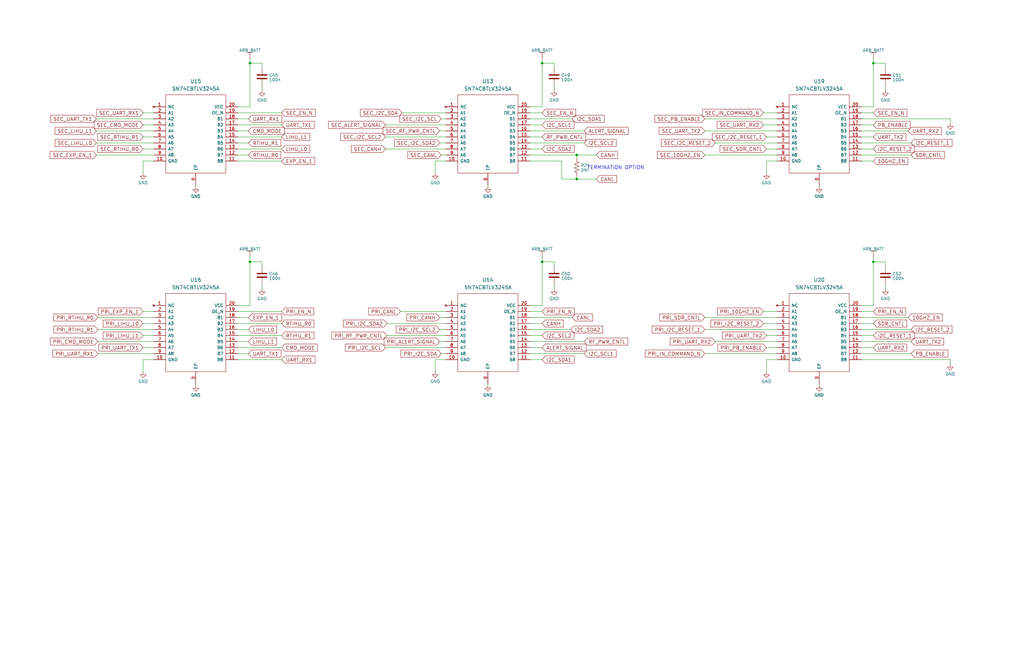
<source format=kicad_sch>
(kicad_sch (version 20230121) (generator eeschema)

  (uuid 8823d0b5-616d-42ee-93e0-d752615aaa14)

  (paper "USLedger")

  (title_block
    (title "Radiation Tolerant Internal Housekeeping Unit (IHU)")
    (date "2023-08-24")
    (rev "1.2A")
    (company "AMSAT-NA")
    (comment 1 "C. Castillo")
    (comment 2 "Z. Metzinger")
  )

  (lib_symbols
    (symbol "Device:C" (pin_numbers hide) (pin_names (offset 0.254)) (in_bom yes) (on_board yes)
      (property "Reference" "C" (at 0.635 2.54 0)
        (effects (font (size 1.27 1.27)) (justify left))
      )
      (property "Value" "C" (at 0.635 -2.54 0)
        (effects (font (size 1.27 1.27)) (justify left))
      )
      (property "Footprint" "" (at 0.9652 -3.81 0)
        (effects (font (size 1.27 1.27)) hide)
      )
      (property "Datasheet" "~" (at 0 0 0)
        (effects (font (size 1.27 1.27)) hide)
      )
      (property "ki_keywords" "cap capacitor" (at 0 0 0)
        (effects (font (size 1.27 1.27)) hide)
      )
      (property "ki_description" "Unpolarized capacitor" (at 0 0 0)
        (effects (font (size 1.27 1.27)) hide)
      )
      (property "ki_fp_filters" "C_*" (at 0 0 0)
        (effects (font (size 1.27 1.27)) hide)
      )
      (symbol "C_0_1"
        (polyline
          (pts
            (xy -2.032 -0.762)
            (xy 2.032 -0.762)
          )
          (stroke (width 0.508) (type default))
          (fill (type none))
        )
        (polyline
          (pts
            (xy -2.032 0.762)
            (xy 2.032 0.762)
          )
          (stroke (width 0.508) (type default))
          (fill (type none))
        )
      )
      (symbol "C_1_1"
        (pin passive line (at 0 3.81 270) (length 2.794)
          (name "~" (effects (font (size 1.27 1.27))))
          (number "1" (effects (font (size 1.27 1.27))))
        )
        (pin passive line (at 0 -3.81 90) (length 2.794)
          (name "~" (effects (font (size 1.27 1.27))))
          (number "2" (effects (font (size 1.27 1.27))))
        )
      )
    )
    (symbol "Device:R_US" (pin_numbers hide) (pin_names (offset 0)) (in_bom yes) (on_board yes)
      (property "Reference" "R" (at 2.54 0 90)
        (effects (font (size 1.27 1.27)))
      )
      (property "Value" "R_US" (at -2.54 0 90)
        (effects (font (size 1.27 1.27)))
      )
      (property "Footprint" "" (at 1.016 -0.254 90)
        (effects (font (size 1.27 1.27)) hide)
      )
      (property "Datasheet" "~" (at 0 0 0)
        (effects (font (size 1.27 1.27)) hide)
      )
      (property "ki_keywords" "R res resistor" (at 0 0 0)
        (effects (font (size 1.27 1.27)) hide)
      )
      (property "ki_description" "Resistor, US symbol" (at 0 0 0)
        (effects (font (size 1.27 1.27)) hide)
      )
      (property "ki_fp_filters" "R_*" (at 0 0 0)
        (effects (font (size 1.27 1.27)) hide)
      )
      (symbol "R_US_0_1"
        (polyline
          (pts
            (xy 0 -2.286)
            (xy 0 -2.54)
          )
          (stroke (width 0) (type default))
          (fill (type none))
        )
        (polyline
          (pts
            (xy 0 2.286)
            (xy 0 2.54)
          )
          (stroke (width 0) (type default))
          (fill (type none))
        )
        (polyline
          (pts
            (xy 0 -0.762)
            (xy 1.016 -1.143)
            (xy 0 -1.524)
            (xy -1.016 -1.905)
            (xy 0 -2.286)
          )
          (stroke (width 0) (type default))
          (fill (type none))
        )
        (polyline
          (pts
            (xy 0 0.762)
            (xy 1.016 0.381)
            (xy 0 0)
            (xy -1.016 -0.381)
            (xy 0 -0.762)
          )
          (stroke (width 0) (type default))
          (fill (type none))
        )
        (polyline
          (pts
            (xy 0 2.286)
            (xy 1.016 1.905)
            (xy 0 1.524)
            (xy -1.016 1.143)
            (xy 0 0.762)
          )
          (stroke (width 0) (type default))
          (fill (type none))
        )
      )
      (symbol "R_US_1_1"
        (pin passive line (at 0 3.81 270) (length 1.27)
          (name "~" (effects (font (size 1.27 1.27))))
          (number "1" (effects (font (size 1.27 1.27))))
        )
        (pin passive line (at 0 -3.81 90) (length 1.27)
          (name "~" (effects (font (size 1.27 1.27))))
          (number "2" (effects (font (size 1.27 1.27))))
        )
      )
    )
    (symbol "amsat_discrete:ARB_BATT" (power) (pin_names (offset 0)) (in_bom yes) (on_board yes)
      (property "Reference" "#PWR" (at 0 -3.81 0)
        (effects (font (size 1.27 1.27)) hide)
      )
      (property "Value" "ARB_BATT" (at 0 3.556 0)
        (effects (font (size 1.27 1.27)))
      )
      (property "Footprint" "" (at 0 0 0)
        (effects (font (size 1.27 1.27)) hide)
      )
      (property "Datasheet" "" (at 0 0 0)
        (effects (font (size 1.27 1.27)) hide)
      )
      (property "ki_keywords" "Power Flag Symbol" (at 0 0 0)
        (effects (font (size 1.27 1.27)) hide)
      )
      (property "ki_description" "Power Net, Secondary, +3.3V" (at 0 0 0)
        (effects (font (size 1.27 1.27)) hide)
      )
      (symbol "ARB_BATT_0_1"
        (polyline
          (pts
            (xy -1.27 2.54)
            (xy 0 2.54)
          )
          (stroke (width 0) (type solid))
          (fill (type none))
        )
        (polyline
          (pts
            (xy 0 0)
            (xy 0 2.54)
          )
          (stroke (width 0) (type solid))
          (fill (type none))
        )
        (polyline
          (pts
            (xy 0 2.54)
            (xy 1.27 2.54)
          )
          (stroke (width 0) (type solid))
          (fill (type none))
        )
      )
      (symbol "ARB_BATT_1_1"
        (pin power_in line (at 0 0 90) (length 0) hide
          (name "ARB_BATT" (effects (font (size 1.27 1.27))))
          (number "1" (effects (font (size 1.27 1.27))))
        )
      )
    )
    (symbol "amsat_ti:SN74CBTLV3245A" (pin_names (offset 1.016)) (in_bom yes) (on_board yes)
      (property "Reference" "U" (at 13.97 -17.78 0)
        (effects (font (size 1.524 1.524)))
      )
      (property "Value" "SN74CBTLV3245A" (at 0 13.97 0)
        (effects (font (size 1.524 1.524)))
      )
      (property "Footprint" "" (at 0 0 0)
        (effects (font (size 1.524 1.524)) hide)
      )
      (property "Datasheet" "" (at 0 0 0)
        (effects (font (size 1.524 1.524)) hide)
      )
      (property "ki_description" "LOW-VOLTAGE OCTAL FET BUS SWITCH" (at 0 0 0)
        (effects (font (size 1.27 1.27)) hide)
      )
      (symbol "SN74CBTLV3245A_0_1"
        (rectangle (start -12.7 16.51) (end 12.7 -16.51)
          (stroke (width 0) (type solid))
          (fill (type none))
        )
      )
      (symbol "SN74CBTLV3245A_1_1"
        (pin power_in line (at 0 -21.59 90) (length 5.08)
          (name "EP" (effects (font (size 1.27 1.27))))
          (number "0" (effects (font (size 1.27 1.27))))
        )
        (pin no_connect line (at -17.78 11.43 0) (length 5.08)
          (name "NC" (effects (font (size 1.27 1.27))))
          (number "1" (effects (font (size 1.27 1.27))))
        )
        (pin power_in line (at -17.78 -11.43 0) (length 5.08)
          (name "GND" (effects (font (size 1.27 1.27))))
          (number "10" (effects (font (size 1.27 1.27))))
        )
        (pin bidirectional line (at 17.78 -11.43 180) (length 5.08)
          (name "B8" (effects (font (size 1.27 1.27))))
          (number "11" (effects (font (size 1.27 1.27))))
        )
        (pin bidirectional line (at 17.78 -8.89 180) (length 5.08)
          (name "B7" (effects (font (size 1.27 1.27))))
          (number "12" (effects (font (size 1.27 1.27))))
        )
        (pin bidirectional line (at 17.78 -6.35 180) (length 5.08)
          (name "B6" (effects (font (size 1.27 1.27))))
          (number "13" (effects (font (size 1.27 1.27))))
        )
        (pin bidirectional line (at 17.78 -3.81 180) (length 5.08)
          (name "B5" (effects (font (size 1.27 1.27))))
          (number "14" (effects (font (size 1.27 1.27))))
        )
        (pin bidirectional line (at 17.78 -1.27 180) (length 5.08)
          (name "B4" (effects (font (size 1.27 1.27))))
          (number "15" (effects (font (size 1.27 1.27))))
        )
        (pin bidirectional line (at 17.78 1.27 180) (length 5.08)
          (name "B3" (effects (font (size 1.27 1.27))))
          (number "16" (effects (font (size 1.27 1.27))))
        )
        (pin bidirectional line (at 17.78 3.81 180) (length 5.08)
          (name "B2" (effects (font (size 1.27 1.27))))
          (number "17" (effects (font (size 1.27 1.27))))
        )
        (pin bidirectional line (at 17.78 6.35 180) (length 5.08)
          (name "B1" (effects (font (size 1.27 1.27))))
          (number "18" (effects (font (size 1.27 1.27))))
        )
        (pin input line (at 17.78 8.89 180) (length 5.08)
          (name "OE_N" (effects (font (size 1.27 1.27))))
          (number "19" (effects (font (size 1.27 1.27))))
        )
        (pin bidirectional line (at -17.78 8.89 0) (length 5.08)
          (name "A1" (effects (font (size 1.27 1.27))))
          (number "2" (effects (font (size 1.27 1.27))))
        )
        (pin power_in line (at 17.78 11.43 180) (length 5.08)
          (name "VCC" (effects (font (size 1.27 1.27))))
          (number "20" (effects (font (size 1.27 1.27))))
        )
        (pin bidirectional line (at -17.78 6.35 0) (length 5.08)
          (name "A2" (effects (font (size 1.27 1.27))))
          (number "3" (effects (font (size 1.27 1.27))))
        )
        (pin bidirectional line (at -17.78 3.81 0) (length 5.08)
          (name "A3" (effects (font (size 1.27 1.27))))
          (number "4" (effects (font (size 1.27 1.27))))
        )
        (pin bidirectional line (at -17.78 1.27 0) (length 5.08)
          (name "A4" (effects (font (size 1.27 1.27))))
          (number "5" (effects (font (size 1.27 1.27))))
        )
        (pin bidirectional line (at -17.78 -1.27 0) (length 5.08)
          (name "A5" (effects (font (size 1.27 1.27))))
          (number "6" (effects (font (size 1.27 1.27))))
        )
        (pin bidirectional line (at -17.78 -3.81 0) (length 5.08)
          (name "A6" (effects (font (size 1.27 1.27))))
          (number "7" (effects (font (size 1.27 1.27))))
        )
        (pin bidirectional line (at -17.78 -6.35 0) (length 5.08)
          (name "A7" (effects (font (size 1.27 1.27))))
          (number "8" (effects (font (size 1.27 1.27))))
        )
        (pin bidirectional line (at -17.78 -8.89 0) (length 5.08)
          (name "A8" (effects (font (size 1.27 1.27))))
          (number "9" (effects (font (size 1.27 1.27))))
        )
      )
    )
    (symbol "power:GND" (power) (pin_names (offset 0)) (in_bom yes) (on_board yes)
      (property "Reference" "#PWR" (at 0 -6.35 0)
        (effects (font (size 1.27 1.27)) hide)
      )
      (property "Value" "GND" (at 0 -3.81 0)
        (effects (font (size 1.27 1.27)))
      )
      (property "Footprint" "" (at 0 0 0)
        (effects (font (size 1.27 1.27)) hide)
      )
      (property "Datasheet" "" (at 0 0 0)
        (effects (font (size 1.27 1.27)) hide)
      )
      (property "ki_keywords" "global power" (at 0 0 0)
        (effects (font (size 1.27 1.27)) hide)
      )
      (property "ki_description" "Power symbol creates a global label with name \"GND\" , ground" (at 0 0 0)
        (effects (font (size 1.27 1.27)) hide)
      )
      (symbol "GND_0_1"
        (polyline
          (pts
            (xy 0 0)
            (xy 0 -1.27)
            (xy 1.27 -1.27)
            (xy 0 -2.54)
            (xy -1.27 -1.27)
            (xy 0 -1.27)
          )
          (stroke (width 0) (type default))
          (fill (type none))
        )
      )
      (symbol "GND_1_1"
        (pin power_in line (at 0 0 270) (length 0) hide
          (name "GND" (effects (font (size 1.27 1.27))))
          (number "1" (effects (font (size 1.27 1.27))))
        )
      )
    )
  )

  (junction (at 243.205 65.405) (diameter 0) (color 0 0 0 0)
    (uuid 13971c04-4aec-4b11-abaa-a680f8990205)
  )
  (junction (at 368.3 110.49) (diameter 0) (color 0 0 0 0)
    (uuid 5fffc2f6-7e22-4885-864e-f7fe0e365b6c)
  )
  (junction (at 228.6 26.67) (diameter 0) (color 0 0 0 0)
    (uuid 6791973b-24be-40b7-9a9c-d67dbd161895)
  )
  (junction (at 228.6 110.49) (diameter 0) (color 0 0 0 0)
    (uuid 6d2926de-a77b-4bdd-8662-a1f1c13cea74)
  )
  (junction (at 368.3 26.67) (diameter 0) (color 0 0 0 0)
    (uuid 7730a17d-2b55-48bb-9b18-591b494c6ae9)
  )
  (junction (at 243.205 75.565) (diameter 0) (color 0 0 0 0)
    (uuid bc8b0f1b-4fd9-4a99-97ea-c4753ee0de22)
  )
  (junction (at 105.41 110.49) (diameter 0) (color 0 0 0 0)
    (uuid bf0aefe1-855e-4c21-95ca-d8a291ba6abd)
  )
  (junction (at 105.41 26.67) (diameter 0) (color 0 0 0 0)
    (uuid cc8478e5-464b-4749-b62b-edf894ddb99f)
  )

  (wire (pts (xy 118.745 141.605) (xy 100.33 141.605))
    (stroke (width 0) (type default))
    (uuid 0166976f-a85c-4df8-acb2-b2624543c94d)
  )
  (wire (pts (xy 105.41 45.085) (xy 100.33 45.085))
    (stroke (width 0) (type default))
    (uuid 01e59802-3387-43c6-b4d6-2a4911ed43f2)
  )
  (wire (pts (xy 228.6 141.605) (xy 223.52 141.605))
    (stroke (width 0) (type default))
    (uuid 07ad97f3-d200-4b9c-b747-8ca907cbf217)
  )
  (wire (pts (xy 187.96 52.705) (xy 162.56 52.705))
    (stroke (width 0) (type default))
    (uuid 081c59df-5131-4755-bf7b-b8d060f2e71f)
  )
  (wire (pts (xy 384.175 65.405) (xy 363.22 65.405))
    (stroke (width 0) (type default))
    (uuid 0843b4a0-44af-4db8-bb38-058a1283c0f3)
  )
  (wire (pts (xy 187.96 67.945) (xy 183.515 67.945))
    (stroke (width 0) (type default))
    (uuid 0918e11c-aaea-40e5-bf24-57160f25ad27)
  )
  (wire (pts (xy 64.77 67.945) (xy 60.325 67.945))
    (stroke (width 0) (type default))
    (uuid 0944f99a-ea46-4242-9775-9465a8b024e5)
  )
  (wire (pts (xy 233.68 26.67) (xy 233.68 28.575))
    (stroke (width 0) (type default))
    (uuid 0ad0ed45-272f-43dc-a11b-b0d0f3027fac)
  )
  (wire (pts (xy 363.22 131.445) (xy 368.3 131.445))
    (stroke (width 0) (type default))
    (uuid 0b78ef6c-8402-473b-a42a-9c2d36e6e3d8)
  )
  (wire (pts (xy 323.215 67.945) (xy 323.215 73.025))
    (stroke (width 0) (type default))
    (uuid 0d0416ef-b2e3-4dd4-a988-f7d1cf63636d)
  )
  (wire (pts (xy 223.52 52.705) (xy 228.6 52.705))
    (stroke (width 0) (type default))
    (uuid 0e049b34-bf43-4ff0-879a-a3e2c82b2a66)
  )
  (wire (pts (xy 297.18 133.985) (xy 327.66 133.985))
    (stroke (width 0) (type default))
    (uuid 0eeaac51-4d57-44bb-b2f5-ff7b72a2baf4)
  )
  (wire (pts (xy 223.52 133.985) (xy 241.3 133.985))
    (stroke (width 0) (type default))
    (uuid 11ebd4ba-1f7e-4896-813f-1ba4b5c70d16)
  )
  (wire (pts (xy 368.3 146.685) (xy 363.22 146.685))
    (stroke (width 0) (type default))
    (uuid 12b59c48-b06a-42d4-b4a6-4cbebf96f544)
  )
  (wire (pts (xy 187.96 151.765) (xy 183.515 151.765))
    (stroke (width 0) (type default))
    (uuid 13aef5f3-8b7b-4a49-9b20-e2ff02a37ff3)
  )
  (wire (pts (xy 363.22 141.605) (xy 368.3 141.605))
    (stroke (width 0) (type default))
    (uuid 13f3246d-eba7-42ef-bf24-a7d8a325ab7e)
  )
  (wire (pts (xy 373.38 110.49) (xy 373.38 112.395))
    (stroke (width 0) (type default))
    (uuid 1435848c-8188-4235-a032-5674ac116675)
  )
  (wire (pts (xy 236.855 67.945) (xy 223.52 67.945))
    (stroke (width 0) (type default))
    (uuid 1445b586-28f0-41a8-bf3c-3810089938a3)
  )
  (wire (pts (xy 327.66 151.765) (xy 323.215 151.765))
    (stroke (width 0) (type default))
    (uuid 15008e91-cbf5-42fb-9b7f-0115a294bab4)
  )
  (wire (pts (xy 368.3 24.765) (xy 368.3 26.67))
    (stroke (width 0) (type default))
    (uuid 179b918e-e0f3-4b9a-b899-3956effc7363)
  )
  (wire (pts (xy 41.275 133.985) (xy 64.77 133.985))
    (stroke (width 0) (type default))
    (uuid 20f7ec38-502a-4921-83ac-f157ff3771e9)
  )
  (wire (pts (xy 243.205 65.405) (xy 251.46 65.405))
    (stroke (width 0) (type default))
    (uuid 2233c11e-8702-40fa-aa3e-1244d4194caa)
  )
  (wire (pts (xy 246.38 55.245) (xy 223.52 55.245))
    (stroke (width 0) (type default))
    (uuid 22915899-85b1-429a-b174-ba6108405b37)
  )
  (wire (pts (xy 105.41 108.585) (xy 105.41 110.49))
    (stroke (width 0) (type default))
    (uuid 23970797-5d09-45af-bdda-3f4931fc91d7)
  )
  (wire (pts (xy 163.195 141.605) (xy 187.96 141.605))
    (stroke (width 0) (type default))
    (uuid 2697bb36-3958-4f2f-88bb-a412b6685ae6)
  )
  (wire (pts (xy 243.205 75.565) (xy 251.46 75.565))
    (stroke (width 0) (type default))
    (uuid 284501fb-e341-4e04-9808-094ef481c18f)
  )
  (wire (pts (xy 323.215 146.685) (xy 327.66 146.685))
    (stroke (width 0) (type default))
    (uuid 2889a515-b0b5-4ab4-9de9-00d0eb7a34e0)
  )
  (wire (pts (xy 368.3 45.085) (xy 363.22 45.085))
    (stroke (width 0) (type default))
    (uuid 2ef281f0-0769-42c3-ad61-e88e863758f6)
  )
  (wire (pts (xy 323.215 151.765) (xy 323.215 156.845))
    (stroke (width 0) (type default))
    (uuid 2f393325-7746-4bec-b004-2b58422b00aa)
  )
  (wire (pts (xy 110.49 36.195) (xy 110.49 38.1))
    (stroke (width 0) (type default))
    (uuid 3098b53d-dd67-40d0-883c-3b07c6f8b2df)
  )
  (wire (pts (xy 373.38 26.67) (xy 368.3 26.67))
    (stroke (width 0) (type default))
    (uuid 3152d83c-a919-4b3b-be42-11ad596d4c89)
  )
  (wire (pts (xy 118.745 52.705) (xy 100.33 52.705))
    (stroke (width 0) (type default))
    (uuid 31bf4343-18cb-495b-9bce-26767f4b8a02)
  )
  (wire (pts (xy 297.18 65.405) (xy 327.66 65.405))
    (stroke (width 0) (type default))
    (uuid 31ea693e-9af7-41c9-bf25-a61e80efe268)
  )
  (wire (pts (xy 100.33 133.985) (xy 104.775 133.985))
    (stroke (width 0) (type default))
    (uuid 31f9b379-96f5-475a-91dc-bc34ef5fe9c6)
  )
  (wire (pts (xy 100.33 47.625) (xy 118.745 47.625))
    (stroke (width 0) (type default))
    (uuid 32433d20-9480-4a63-af8d-97e2483c8840)
  )
  (wire (pts (xy 64.77 131.445) (xy 60.325 131.445))
    (stroke (width 0) (type default))
    (uuid 33ab2e4c-e710-4905-9e34-0b7d1ec7b849)
  )
  (wire (pts (xy 118.745 146.685) (xy 100.33 146.685))
    (stroke (width 0) (type default))
    (uuid 35a4ae8d-61e4-4fc3-a494-de6c3bfd10f8)
  )
  (wire (pts (xy 185.42 144.145) (xy 187.96 144.145))
    (stroke (width 0) (type default))
    (uuid 37d2d7a1-8ec0-45de-8918-6c818b31fbc6)
  )
  (wire (pts (xy 363.22 50.165) (xy 400.685 50.165))
    (stroke (width 0) (type default))
    (uuid 3a0f6ace-f0e9-4375-9294-f9b4a6ec3f42)
  )
  (wire (pts (xy 105.41 26.67) (xy 105.41 45.085))
    (stroke (width 0) (type default))
    (uuid 3c76c7af-c484-49b6-8234-97844b940c04)
  )
  (wire (pts (xy 162.56 146.685) (xy 187.96 146.685))
    (stroke (width 0) (type default))
    (uuid 3cbcba7d-c502-4a63-b39e-6dede9ec27c2)
  )
  (wire (pts (xy 228.6 151.765) (xy 223.52 151.765))
    (stroke (width 0) (type default))
    (uuid 3f01d111-f0cf-4534-bd16-3d6b82e1828d)
  )
  (wire (pts (xy 110.49 120.015) (xy 110.49 121.92))
    (stroke (width 0) (type default))
    (uuid 3f1dac1a-77cc-4c90-ac12-1b6e48e68054)
  )
  (wire (pts (xy 223.52 149.225) (xy 246.38 149.225))
    (stroke (width 0) (type default))
    (uuid 40be9823-4a36-4a1b-8772-6285bc57ffe4)
  )
  (wire (pts (xy 240.665 139.065) (xy 223.52 139.065))
    (stroke (width 0) (type default))
    (uuid 41a39a95-88fc-4802-ae5e-efdbc4bb3849)
  )
  (wire (pts (xy 228.6 62.865) (xy 223.52 62.865))
    (stroke (width 0) (type default))
    (uuid 41f2fed8-2406-44b1-8ca6-b2dac43509b1)
  )
  (wire (pts (xy 236.855 75.565) (xy 236.855 67.945))
    (stroke (width 0) (type default))
    (uuid 45eb6229-5bc7-473e-92ab-6729c8d401e5)
  )
  (wire (pts (xy 205.74 161.925) (xy 205.74 162.56))
    (stroke (width 0) (type default))
    (uuid 467a5503-6a69-4cb6-b95b-53050873a64c)
  )
  (wire (pts (xy 100.33 50.165) (xy 104.775 50.165))
    (stroke (width 0) (type default))
    (uuid 471d6476-24e7-49f0-a098-fae132521644)
  )
  (wire (pts (xy 105.41 24.765) (xy 105.41 26.67))
    (stroke (width 0) (type default))
    (uuid 484b67ea-fc82-4b73-98e9-fd5859d3ef80)
  )
  (wire (pts (xy 40.64 60.325) (xy 64.77 60.325))
    (stroke (width 0) (type default))
    (uuid 485d746b-a415-49cb-b5af-2594bd3d305b)
  )
  (wire (pts (xy 41.275 144.145) (xy 64.77 144.145))
    (stroke (width 0) (type default))
    (uuid 48c2aaa0-ec5f-4f7c-af34-153026f3d2a0)
  )
  (wire (pts (xy 60.325 146.685) (xy 64.77 146.685))
    (stroke (width 0) (type default))
    (uuid 4a87cbfb-9b1a-4ee1-82aa-518b3ec624cf)
  )
  (wire (pts (xy 228.6 24.765) (xy 228.6 26.67))
    (stroke (width 0) (type default))
    (uuid 4c4b4905-d70c-4b36-9b14-14b6f61ec5a8)
  )
  (wire (pts (xy 301.625 144.145) (xy 327.66 144.145))
    (stroke (width 0) (type default))
    (uuid 4e9be884-05f7-4b5e-9f30-01db7a84c735)
  )
  (wire (pts (xy 186.055 149.225) (xy 187.96 149.225))
    (stroke (width 0) (type default))
    (uuid 50a7746d-ce8e-4b5c-9160-1ab5a890cdfc)
  )
  (wire (pts (xy 100.33 131.445) (xy 118.745 131.445))
    (stroke (width 0) (type default))
    (uuid 50ac7c60-9978-4241-a0a4-4bd1336731dc)
  )
  (wire (pts (xy 110.49 26.67) (xy 110.49 28.575))
    (stroke (width 0) (type default))
    (uuid 5127ef09-2611-4ee7-8452-bdbcfb09f6e6)
  )
  (wire (pts (xy 110.49 110.49) (xy 105.41 110.49))
    (stroke (width 0) (type default))
    (uuid 53411ed9-91a4-4442-bdaa-81f9d19ae437)
  )
  (wire (pts (xy 228.6 128.905) (xy 223.52 128.905))
    (stroke (width 0) (type default))
    (uuid 54f39de6-e7c0-4d71-a1a8-0c45c110d0c8)
  )
  (wire (pts (xy 100.33 55.245) (xy 104.775 55.245))
    (stroke (width 0) (type default))
    (uuid 56c1fffb-8ebf-40b2-9bfa-f35ee2a6e1fb)
  )
  (wire (pts (xy 118.745 136.525) (xy 100.33 136.525))
    (stroke (width 0) (type default))
    (uuid 5823bae1-d461-46ef-9301-cc9f34f7a6ef)
  )
  (wire (pts (xy 233.68 26.67) (xy 228.6 26.67))
    (stroke (width 0) (type default))
    (uuid 5a0741a8-cf67-44c5-bc9e-24f2514e3cfe)
  )
  (wire (pts (xy 363.22 139.065) (xy 384.175 139.065))
    (stroke (width 0) (type default))
    (uuid 5a9e9499-5448-40ec-af3b-d0d5b4e1a57a)
  )
  (wire (pts (xy 321.945 131.445) (xy 327.66 131.445))
    (stroke (width 0) (type default))
    (uuid 5ba1481e-5794-4ce7-9d51-02eb4fec01b4)
  )
  (wire (pts (xy 118.745 57.785) (xy 100.33 57.785))
    (stroke (width 0) (type default))
    (uuid 5c9ce985-c576-4978-98e0-86794be709ed)
  )
  (wire (pts (xy 118.745 67.945) (xy 100.33 67.945))
    (stroke (width 0) (type default))
    (uuid 5cb8a1c9-f1fc-46a2-be2d-b9c170433955)
  )
  (wire (pts (xy 41.275 149.225) (xy 64.77 149.225))
    (stroke (width 0) (type default))
    (uuid 5dd040d1-0b75-418d-9c13-4b52ec3e07c4)
  )
  (wire (pts (xy 384.175 149.225) (xy 363.22 149.225))
    (stroke (width 0) (type default))
    (uuid 5e3b29b2-f735-454b-b4ba-01e7f1acf447)
  )
  (wire (pts (xy 183.515 151.765) (xy 183.515 156.845))
    (stroke (width 0) (type default))
    (uuid 5f8bcf9d-895c-4fc0-956b-9a131f5affa5)
  )
  (wire (pts (xy 297.18 55.245) (xy 327.66 55.245))
    (stroke (width 0) (type default))
    (uuid 6113cfbb-3335-4cf0-9171-04411714da9e)
  )
  (wire (pts (xy 187.96 136.525) (xy 163.195 136.525))
    (stroke (width 0) (type default))
    (uuid 61973589-1dc9-49ee-8383-7d9ef445b1c7)
  )
  (wire (pts (xy 64.77 141.605) (xy 60.325 141.605))
    (stroke (width 0) (type default))
    (uuid 642e2f4d-f9c9-424d-a652-ff4cf2855530)
  )
  (wire (pts (xy 243.205 75.565) (xy 243.205 74.295))
    (stroke (width 0) (type default))
    (uuid 652df22b-8f31-46de-897a-04f33d876f7d)
  )
  (wire (pts (xy 368.3 52.705) (xy 363.22 52.705))
    (stroke (width 0) (type default))
    (uuid 671ae8d4-93ad-458e-9ff3-6398f05b9a94)
  )
  (wire (pts (xy 373.38 110.49) (xy 368.3 110.49))
    (stroke (width 0) (type default))
    (uuid 6831af29-90f0-4729-8f5c-5cc82d92e3ba)
  )
  (wire (pts (xy 205.74 78.105) (xy 205.74 78.74))
    (stroke (width 0) (type default))
    (uuid 686d3c74-9034-4ece-8f62-88411e2a5ed2)
  )
  (wire (pts (xy 363.22 60.325) (xy 384.175 60.325))
    (stroke (width 0) (type default))
    (uuid 6e6fc04a-baab-461f-969c-df57c74d9b00)
  )
  (wire (pts (xy 323.215 141.605) (xy 327.66 141.605))
    (stroke (width 0) (type default))
    (uuid 712c6f11-bc80-4605-9ce1-6d7f4e7ce236)
  )
  (wire (pts (xy 186.055 50.165) (xy 187.96 50.165))
    (stroke (width 0) (type default))
    (uuid 718a0f4e-edce-4b88-a296-d5acb6a04c3c)
  )
  (wire (pts (xy 345.44 78.105) (xy 345.44 78.74))
    (stroke (width 0) (type default))
    (uuid 759c47e4-80e8-405c-b488-4be558428df8)
  )
  (wire (pts (xy 105.41 128.905) (xy 100.33 128.905))
    (stroke (width 0) (type default))
    (uuid 75f5418e-ab63-4762-9a70-f31704542789)
  )
  (wire (pts (xy 323.215 62.865) (xy 327.66 62.865))
    (stroke (width 0) (type default))
    (uuid 78760d62-3587-4d93-820a-90a7e5c16007)
  )
  (wire (pts (xy 323.215 57.785) (xy 327.66 57.785))
    (stroke (width 0) (type default))
    (uuid 7999720e-c3ff-4bd3-8851-df441226f1bd)
  )
  (wire (pts (xy 64.77 151.765) (xy 60.325 151.765))
    (stroke (width 0) (type default))
    (uuid 7b4f411f-ca21-461e-a627-d8e9c169949e)
  )
  (wire (pts (xy 228.6 110.49) (xy 228.6 128.905))
    (stroke (width 0) (type default))
    (uuid 7bdc276f-a3b6-4034-904b-62d33c0e0792)
  )
  (wire (pts (xy 40.64 55.245) (xy 64.77 55.245))
    (stroke (width 0) (type default))
    (uuid 7c8104e0-9921-450c-b3bc-6c0e4ec3ca3c)
  )
  (wire (pts (xy 100.33 144.145) (xy 104.775 144.145))
    (stroke (width 0) (type default))
    (uuid 80bcd169-b059-4b1c-84b7-3d9ae4ece3e7)
  )
  (wire (pts (xy 187.96 47.625) (xy 169.545 47.625))
    (stroke (width 0) (type default))
    (uuid 81ea3903-3b8a-461c-8f70-94e67738d4bb)
  )
  (wire (pts (xy 236.855 75.565) (xy 243.205 75.565))
    (stroke (width 0) (type default))
    (uuid 823d1779-8a6b-4753-9dbc-5e95088247b5)
  )
  (wire (pts (xy 100.33 149.225) (xy 104.775 149.225))
    (stroke (width 0) (type default))
    (uuid 843dbbfe-29a4-4448-9dd2-62f8eb487944)
  )
  (wire (pts (xy 363.22 136.525) (xy 368.3 136.525))
    (stroke (width 0) (type default))
    (uuid 88132512-a980-4018-871f-1b0f974f69ac)
  )
  (wire (pts (xy 373.38 36.195) (xy 373.38 38.1))
    (stroke (width 0) (type default))
    (uuid 893fdb27-2ef8-4c39-899d-9879bf29ac2d)
  )
  (wire (pts (xy 60.325 67.945) (xy 60.325 73.025))
    (stroke (width 0) (type default))
    (uuid 89716fdd-4e55-4a9f-956f-cd46a87c6dc2)
  )
  (wire (pts (xy 60.325 151.765) (xy 60.325 156.845))
    (stroke (width 0) (type default))
    (uuid 8be42b90-647c-41b7-be0c-46e5a13af496)
  )
  (wire (pts (xy 368.3 128.905) (xy 363.22 128.905))
    (stroke (width 0) (type default))
    (uuid 8c7c2f06-2c70-4206-865d-45a66b4ec3a1)
  )
  (wire (pts (xy 363.22 151.765) (xy 400.685 151.765))
    (stroke (width 0) (type default))
    (uuid 8cb76678-7b01-4b28-8bc0-3ed7ec1afe8d)
  )
  (wire (pts (xy 60.325 52.705) (xy 64.77 52.705))
    (stroke (width 0) (type default))
    (uuid 8ce6dc33-8ef8-42ed-9002-96259c18d916)
  )
  (wire (pts (xy 233.68 110.49) (xy 233.68 112.395))
    (stroke (width 0) (type default))
    (uuid 8e0d0f18-d62c-4113-af19-73f90466c294)
  )
  (wire (pts (xy 223.52 65.405) (xy 243.205 65.405))
    (stroke (width 0) (type default))
    (uuid 8f369d6b-70cc-4e6e-b49f-f3844d4dc3f7)
  )
  (wire (pts (xy 368.3 57.785) (xy 363.22 57.785))
    (stroke (width 0) (type default))
    (uuid 97733920-2889-440e-8fec-56b72ba11f4e)
  )
  (wire (pts (xy 301.625 60.325) (xy 327.66 60.325))
    (stroke (width 0) (type default))
    (uuid 97a159f8-09a9-4d2f-a811-c1376d88db4d)
  )
  (wire (pts (xy 40.64 65.405) (xy 64.77 65.405))
    (stroke (width 0) (type default))
    (uuid 97fa11aa-1606-4018-8fe1-9327ed58fd01)
  )
  (wire (pts (xy 363.22 47.625) (xy 368.3 47.625))
    (stroke (width 0) (type default))
    (uuid 9a84301f-bc74-4e2b-8aa4-21fb931b221e)
  )
  (wire (pts (xy 82.55 78.105) (xy 82.55 78.74))
    (stroke (width 0) (type default))
    (uuid 9acf0017-220d-4249-b07d-d33237941007)
  )
  (wire (pts (xy 118.745 62.865) (xy 100.33 62.865))
    (stroke (width 0) (type default))
    (uuid 9b517795-7b21-4b7c-a426-8a8c5cf83a6d)
  )
  (wire (pts (xy 40.64 50.165) (xy 64.77 50.165))
    (stroke (width 0) (type default))
    (uuid 9ce241a9-9090-4462-b5a1-1bb3149a5355)
  )
  (wire (pts (xy 368.3 110.49) (xy 368.3 128.905))
    (stroke (width 0) (type default))
    (uuid a3f7218e-8f22-43b2-bbf4-72c289929898)
  )
  (wire (pts (xy 82.55 161.925) (xy 82.55 162.56))
    (stroke (width 0) (type default))
    (uuid a4e71d2c-3c03-4d1d-be87-f37fbdcf4fde)
  )
  (wire (pts (xy 321.945 52.705) (xy 327.66 52.705))
    (stroke (width 0) (type default))
    (uuid a86df169-78b0-4802-bdcf-96c525948826)
  )
  (wire (pts (xy 233.68 120.015) (xy 233.68 121.92))
    (stroke (width 0) (type default))
    (uuid a8757ff4-5c89-4cc8-a3c1-dc9ad6de3065)
  )
  (wire (pts (xy 297.18 50.165) (xy 327.66 50.165))
    (stroke (width 0) (type default))
    (uuid acfb6e3d-6cbf-47c4-add6-192d6c5ba2a4)
  )
  (wire (pts (xy 363.22 67.945) (xy 368.3 67.945))
    (stroke (width 0) (type default))
    (uuid aecf4043-eebf-4657-832c-7f41fb373165)
  )
  (wire (pts (xy 60.325 62.865) (xy 64.77 62.865))
    (stroke (width 0) (type default))
    (uuid aee010a7-1463-49bd-9029-c441991f0fa7)
  )
  (wire (pts (xy 368.3 108.585) (xy 368.3 110.49))
    (stroke (width 0) (type default))
    (uuid af05a57e-77dc-4aca-940d-0d8d55146016)
  )
  (wire (pts (xy 162.56 62.865) (xy 187.96 62.865))
    (stroke (width 0) (type default))
    (uuid af238b58-f269-4fed-b0b3-af503a5391ee)
  )
  (wire (pts (xy 110.49 110.49) (xy 110.49 112.395))
    (stroke (width 0) (type default))
    (uuid afda31b4-5baf-4813-85c6-be623517a883)
  )
  (wire (pts (xy 187.96 139.065) (xy 185.42 139.065))
    (stroke (width 0) (type default))
    (uuid b25a430f-1263-473d-a05f-f63fa4002ff2)
  )
  (wire (pts (xy 60.325 136.525) (xy 64.77 136.525))
    (stroke (width 0) (type default))
    (uuid b3a01c20-be88-4c5f-8a8d-1490325ddb18)
  )
  (wire (pts (xy 327.66 67.945) (xy 323.215 67.945))
    (stroke (width 0) (type default))
    (uuid b4503168-832e-46d9-abf4-c79b2dbbb223)
  )
  (wire (pts (xy 105.41 110.49) (xy 105.41 128.905))
    (stroke (width 0) (type default))
    (uuid b5c85f51-c6e3-431f-a99e-438655c0a20b)
  )
  (wire (pts (xy 223.52 131.445) (xy 228.6 131.445))
    (stroke (width 0) (type default))
    (uuid b5ef6ecc-217b-44ca-82a2-b30a1e57abed)
  )
  (wire (pts (xy 233.68 36.195) (xy 233.68 38.1))
    (stroke (width 0) (type default))
    (uuid b6cf629f-08ca-4990-bd17-640df5eb5d7a)
  )
  (wire (pts (xy 187.96 131.445) (xy 168.91 131.445))
    (stroke (width 0) (type default))
    (uuid b902bcde-5a54-4a4d-b6a0-2325278492fe)
  )
  (wire (pts (xy 118.745 151.765) (xy 100.33 151.765))
    (stroke (width 0) (type default))
    (uuid b9035b0a-de5b-4c7c-97af-8df480f18ea3)
  )
  (wire (pts (xy 185.42 133.985) (xy 187.96 133.985))
    (stroke (width 0) (type default))
    (uuid b9d62147-6bb4-4801-acbe-a32e4e296263)
  )
  (wire (pts (xy 223.52 50.165) (xy 241.3 50.165))
    (stroke (width 0) (type default))
    (uuid ba6991dd-d686-49b2-9c92-ed2145f45e13)
  )
  (wire (pts (xy 246.38 60.325) (xy 223.52 60.325))
    (stroke (width 0) (type default))
    (uuid bb80b4da-1cc2-4dfc-8152-08bc737d04ea)
  )
  (wire (pts (xy 100.33 65.405) (xy 104.775 65.405))
    (stroke (width 0) (type default))
    (uuid bbc85f12-47c1-4339-b862-c52092c7e944)
  )
  (wire (pts (xy 110.49 26.67) (xy 105.41 26.67))
    (stroke (width 0) (type default))
    (uuid bd4f95b6-00b3-492a-a4bb-61305a7e93b7)
  )
  (wire (pts (xy 223.52 47.625) (xy 228.6 47.625))
    (stroke (width 0) (type default))
    (uuid bd78e04d-62e6-4507-b81c-c474e055ca61)
  )
  (wire (pts (xy 368.3 26.67) (xy 368.3 45.085))
    (stroke (width 0) (type default))
    (uuid be86f0b2-bbd9-4db1-ab94-a4a6db11be4a)
  )
  (wire (pts (xy 64.77 57.785) (xy 60.325 57.785))
    (stroke (width 0) (type default))
    (uuid c24e9d5d-801e-422a-b312-77b768ba80e6)
  )
  (wire (pts (xy 297.18 149.225) (xy 327.66 149.225))
    (stroke (width 0) (type default))
    (uuid c2b347c1-7357-4a71-8dc2-dd5940e4912e)
  )
  (wire (pts (xy 64.77 47.625) (xy 60.325 47.625))
    (stroke (width 0) (type default))
    (uuid c31d9904-ac0d-47a9-9121-5131ee261efd)
  )
  (wire (pts (xy 373.38 120.015) (xy 373.38 121.92))
    (stroke (width 0) (type default))
    (uuid c5c0657c-3415-4f59-a726-aa30951f466a)
  )
  (wire (pts (xy 187.96 55.245) (xy 185.42 55.245))
    (stroke (width 0) (type default))
    (uuid c7e493f9-eadb-4120-a82a-e3f4b529b322)
  )
  (wire (pts (xy 363.22 55.245) (xy 382.905 55.245))
    (stroke (width 0) (type default))
    (uuid c994fffb-b30b-409a-b9c1-214ff0012d5c)
  )
  (wire (pts (xy 100.33 60.325) (xy 104.775 60.325))
    (stroke (width 0) (type default))
    (uuid ccc34618-6912-4dc8-8db1-dc2885b3b2e3)
  )
  (wire (pts (xy 400.685 50.165) (xy 400.685 52.07))
    (stroke (width 0) (type default))
    (uuid cf19bc30-dd8f-402c-bfa3-85fcf20f3df8)
  )
  (wire (pts (xy 363.22 133.985) (xy 382.905 133.985))
    (stroke (width 0) (type default))
    (uuid d15469aa-2e32-4739-97e8-3c36377deea9)
  )
  (wire (pts (xy 233.68 110.49) (xy 228.6 110.49))
    (stroke (width 0) (type default))
    (uuid d4b277a6-b48e-4d1b-a6e1-8207d6816783)
  )
  (wire (pts (xy 297.18 139.065) (xy 327.66 139.065))
    (stroke (width 0) (type default))
    (uuid d8e5f366-e792-403d-a587-89019cb8e40a)
  )
  (wire (pts (xy 185.42 60.325) (xy 187.96 60.325))
    (stroke (width 0) (type default))
    (uuid d94f77c2-4685-4ab9-b56c-bcae23b4a02a)
  )
  (wire (pts (xy 228.6 26.67) (xy 228.6 45.085))
    (stroke (width 0) (type default))
    (uuid da19463f-d60a-4e70-b92f-da1ab72c0890)
  )
  (wire (pts (xy 41.275 139.065) (xy 64.77 139.065))
    (stroke (width 0) (type default))
    (uuid dea417c4-2e0f-4057-a8ca-84a0486742e0)
  )
  (wire (pts (xy 345.44 161.925) (xy 345.44 162.56))
    (stroke (width 0) (type default))
    (uuid df09c1e0-b5d8-4621-bb93-05e9bf994cd0)
  )
  (wire (pts (xy 228.6 57.785) (xy 223.52 57.785))
    (stroke (width 0) (type default))
    (uuid dfd2db67-244e-4f7b-9b27-64aa55e0c607)
  )
  (wire (pts (xy 186.055 65.405) (xy 187.96 65.405))
    (stroke (width 0) (type default))
    (uuid e30610bc-80bd-4831-a79c-0428e6660ea7)
  )
  (wire (pts (xy 368.3 62.865) (xy 363.22 62.865))
    (stroke (width 0) (type default))
    (uuid e596f091-7491-49d8-bd92-28c291eda636)
  )
  (wire (pts (xy 321.945 47.625) (xy 327.66 47.625))
    (stroke (width 0) (type default))
    (uuid e5a7d555-13c0-471b-9330-25d8d07c1a99)
  )
  (wire (pts (xy 223.52 146.685) (xy 228.6 146.685))
    (stroke (width 0) (type default))
    (uuid e9d0b305-97a6-4c72-aca1-5acd5da4cb7d)
  )
  (wire (pts (xy 400.685 151.765) (xy 400.685 153.67))
    (stroke (width 0) (type default))
    (uuid ebb1aa5e-6780-4c59-8981-61aecf81984e)
  )
  (wire (pts (xy 183.515 67.945) (xy 183.515 73.025))
    (stroke (width 0) (type default))
    (uuid ebcd1063-9b2a-4b50-a16d-036824a29748)
  )
  (wire (pts (xy 100.33 139.065) (xy 104.775 139.065))
    (stroke (width 0) (type default))
    (uuid ece0816c-ade8-436f-9ab5-078164cb49de)
  )
  (wire (pts (xy 228.6 108.585) (xy 228.6 110.49))
    (stroke (width 0) (type default))
    (uuid f0d4e731-a589-4bd6-8bb5-4b8652dbaa2c)
  )
  (wire (pts (xy 223.52 136.525) (xy 228.6 136.525))
    (stroke (width 0) (type default))
    (uuid f1114464-d41a-4f6b-bc99-020a2ca174f2)
  )
  (wire (pts (xy 187.96 57.785) (xy 162.56 57.785))
    (stroke (width 0) (type default))
    (uuid f2d01060-4116-4884-8c71-49b763b61a98)
  )
  (wire (pts (xy 243.205 66.675) (xy 243.205 65.405))
    (stroke (width 0) (type default))
    (uuid f623497a-3938-4ad4-8b5f-c2a6e10e483c)
  )
  (wire (pts (xy 246.38 144.145) (xy 223.52 144.145))
    (stroke (width 0) (type default))
    (uuid f9b5ebe0-140c-4eda-9f3a-0e5c4caef07d)
  )
  (wire (pts (xy 321.945 136.525) (xy 327.66 136.525))
    (stroke (width 0) (type default))
    (uuid fafe1ddb-28ed-4814-82d0-a80772c0c615)
  )
  (wire (pts (xy 373.38 26.67) (xy 373.38 28.575))
    (stroke (width 0) (type default))
    (uuid fb2ea08a-c83f-4e54-b2ac-5d086f2eb2f7)
  )
  (wire (pts (xy 228.6 45.085) (xy 223.52 45.085))
    (stroke (width 0) (type default))
    (uuid fb7c64a6-2976-4dee-97e1-15c44c4811c2)
  )
  (wire (pts (xy 363.22 144.145) (xy 384.175 144.145))
    (stroke (width 0) (type default))
    (uuid fc928c8f-fc40-4b59-9f32-9567dfd0f0a6)
  )

  (text "TERMINATION OPTION" (at 247.65 71.755 0)
    (effects (font (size 1.524 1.524)) (justify left bottom))
    (uuid 1534762a-3be3-46cf-92ba-c5ec8dcbf276)
  )

  (global_label "SEC_RF_PWR_CNTL" (shape input) (at 185.42 55.245 180)
    (effects (font (size 1.524 1.524)) (justify right))
    (uuid 05f1038c-dd5b-4c93-b474-b5fd9965a644)
    (property "Intersheetrefs" "${INTERSHEET_REFS}" (at 185.42 55.245 0)
      (effects (font (size 1.27 1.27)) hide)
    )
  )
  (global_label "CMD_MODE" (shape input) (at 118.745 146.685 0)
    (effects (font (size 1.524 1.524)) (justify left))
    (uuid 0c6e6968-de99-420e-aab7-68a39996a05b)
    (property "Intersheetrefs" "${INTERSHEET_REFS}" (at 118.745 146.685 0)
      (effects (font (size 1.27 1.27)) hide)
    )
  )
  (global_label "SEC_RTIHU_R1" (shape input) (at 60.325 57.785 180)
    (effects (font (size 1.524 1.524)) (justify right))
    (uuid 0de5d59f-ec81-4223-800c-74abc48b9265)
    (property "Intersheetrefs" "${INTERSHEET_REFS}" (at 60.325 57.785 0)
      (effects (font (size 1.27 1.27)) hide)
    )
  )
  (global_label "SEC_ALERT_SIGNAL" (shape input) (at 162.56 52.705 180)
    (effects (font (size 1.524 1.524)) (justify right))
    (uuid 0e01f7b6-4df3-4221-8ff6-cd26d0ac0dc3)
    (property "Intersheetrefs" "${INTERSHEET_REFS}" (at 162.56 52.705 0)
      (effects (font (size 1.27 1.27)) hide)
    )
  )
  (global_label "SEC_I2C_RESET_2" (shape input) (at 301.625 60.325 180)
    (effects (font (size 1.524 1.524)) (justify right))
    (uuid 0f76cfef-b877-4b35-976d-258ae3af7090)
    (property "Intersheetrefs" "${INTERSHEET_REFS}" (at 301.625 60.325 0)
      (effects (font (size 1.27 1.27)) hide)
    )
  )
  (global_label "I2C_RESET_2" (shape input) (at 384.175 139.065 0)
    (effects (font (size 1.524 1.524)) (justify left))
    (uuid 11746080-cd48-40c8-aa15-ab2265775eaf)
    (property "Intersheetrefs" "${INTERSHEET_REFS}" (at 384.175 139.065 0)
      (effects (font (size 1.27 1.27)) hide)
    )
  )
  (global_label "SEC_UART_TX2" (shape input) (at 297.18 55.245 180)
    (effects (font (size 1.524 1.524)) (justify right))
    (uuid 183cd0f5-4a4f-4614-ba02-3ad940f7d960)
    (property "Intersheetrefs" "${INTERSHEET_REFS}" (at 297.18 55.245 0)
      (effects (font (size 1.27 1.27)) hide)
    )
  )
  (global_label "PRI_I2C_SCL" (shape input) (at 162.56 146.685 180)
    (effects (font (size 1.524 1.524)) (justify right))
    (uuid 1a426654-8006-4a99-84f2-dc538db70b0d)
    (property "Intersheetrefs" "${INTERSHEET_REFS}" (at 162.56 146.685 0)
      (effects (font (size 1.27 1.27)) hide)
    )
  )
  (global_label "CANH" (shape input) (at 228.6 136.525 0)
    (effects (font (size 1.524 1.524)) (justify left))
    (uuid 1a7733ea-9f31-4408-9b32-8dae3e624e61)
    (property "Intersheetrefs" "${INTERSHEET_REFS}" (at 228.6 136.525 0)
      (effects (font (size 1.27 1.27)) hide)
    )
  )
  (global_label "EXP_EN_1" (shape input) (at 104.775 133.985 0)
    (effects (font (size 1.524 1.524)) (justify left))
    (uuid 1aa3cf9b-9c2c-4215-9a43-eb462c75bc99)
    (property "Intersheetrefs" "${INTERSHEET_REFS}" (at 104.775 133.985 0)
      (effects (font (size 1.27 1.27)) hide)
    )
  )
  (global_label "SEC_EXP_EN_1" (shape input) (at 40.64 65.405 180)
    (effects (font (size 1.524 1.524)) (justify right))
    (uuid 1bd2d353-917c-49c2-aba6-4a86ca4018b5)
    (property "Intersheetrefs" "${INTERSHEET_REFS}" (at 40.64 65.405 0)
      (effects (font (size 1.27 1.27)) hide)
    )
  )
  (global_label "SEC_EN_N" (shape input) (at 228.6 47.625 0)
    (effects (font (size 1.524 1.524)) (justify left))
    (uuid 20891a4d-9259-478c-b2ac-68ac43128bef)
    (property "Intersheetrefs" "${INTERSHEET_REFS}" (at 228.6 47.625 0)
      (effects (font (size 1.27 1.27)) hide)
    )
  )
  (global_label "PRI_UART_RX1" (shape input) (at 41.275 149.225 180)
    (effects (font (size 1.524 1.524)) (justify right))
    (uuid 20af6416-83f5-4325-b4e4-9120913e0938)
    (property "Intersheetrefs" "${INTERSHEET_REFS}" (at 41.275 149.225 0)
      (effects (font (size 1.27 1.27)) hide)
    )
  )
  (global_label "EXP_EN_1" (shape input) (at 118.745 67.945 0)
    (effects (font (size 1.524 1.524)) (justify left))
    (uuid 22c827f2-2372-4da4-94de-9bbcf62363c4)
    (property "Intersheetrefs" "${INTERSHEET_REFS}" (at 118.745 67.945 0)
      (effects (font (size 1.27 1.27)) hide)
    )
  )
  (global_label "SEC_CMD_MODE" (shape input) (at 60.325 52.705 180)
    (effects (font (size 1.524 1.524)) (justify right))
    (uuid 24cad0d6-87c9-46dc-8a0b-91a8d6a1a94d)
    (property "Intersheetrefs" "${INTERSHEET_REFS}" (at 60.325 52.705 0)
      (effects (font (size 1.27 1.27)) hide)
    )
  )
  (global_label "PRI_I2C_RESET_1" (shape input) (at 297.18 139.065 180)
    (effects (font (size 1.524 1.524)) (justify right))
    (uuid 2fae8c43-3001-4758-9f7e-b8d3f812b7ad)
    (property "Intersheetrefs" "${INTERSHEET_REFS}" (at 297.18 139.065 0)
      (effects (font (size 1.27 1.27)) hide)
    )
  )
  (global_label "SEC_I2C_SCL2" (shape input) (at 162.56 57.785 180)
    (effects (font (size 1.524 1.524)) (justify right))
    (uuid 3b536046-2d8d-499c-b701-241689be0ce0)
    (property "Intersheetrefs" "${INTERSHEET_REFS}" (at 162.56 57.785 0)
      (effects (font (size 1.27 1.27)) hide)
    )
  )
  (global_label "CANL" (shape input) (at 241.3 133.985 0)
    (effects (font (size 1.524 1.524)) (justify left))
    (uuid 3be0ce8d-2c21-4128-a5ff-a9258dcedcce)
    (property "Intersheetrefs" "${INTERSHEET_REFS}" (at 241.3 133.985 0)
      (effects (font (size 1.27 1.27)) hide)
    )
  )
  (global_label "I2C_RESET_1" (shape input) (at 384.175 60.325 0)
    (effects (font (size 1.524 1.524)) (justify left))
    (uuid 3cab6dea-6cf6-4c2b-8edd-02415de06dcb)
    (property "Intersheetrefs" "${INTERSHEET_REFS}" (at 384.175 60.325 0)
      (effects (font (size 1.27 1.27)) hide)
    )
  )
  (global_label "SEC_UART_RX1" (shape input) (at 60.325 47.625 180)
    (effects (font (size 1.524 1.524)) (justify right))
    (uuid 3ec75c12-2df4-4984-a40f-f381e0c55b52)
    (property "Intersheetrefs" "${INTERSHEET_REFS}" (at 60.325 47.625 0)
      (effects (font (size 1.27 1.27)) hide)
    )
  )
  (global_label "PRI_LIHU_L0" (shape input) (at 60.325 136.525 180)
    (effects (font (size 1.524 1.524)) (justify right))
    (uuid 44b3f0e6-8513-42e5-9e0d-52536ce6e848)
    (property "Intersheetrefs" "${INTERSHEET_REFS}" (at 60.325 136.525 0)
      (effects (font (size 1.27 1.27)) hide)
    )
  )
  (global_label "PRI_CANL" (shape input) (at 168.91 131.445 180)
    (effects (font (size 1.524 1.524)) (justify right))
    (uuid 46d856cc-d7e2-46dc-9ea2-4701e0b67030)
    (property "Intersheetrefs" "${INTERSHEET_REFS}" (at 168.91 131.445 0)
      (effects (font (size 1.27 1.27)) hide)
    )
  )
  (global_label "RF_PWR_CNTL" (shape input) (at 246.38 144.145 0)
    (effects (font (size 1.524 1.524)) (justify left))
    (uuid 475d7a20-1887-413f-8e43-aa3af14493b6)
    (property "Intersheetrefs" "${INTERSHEET_REFS}" (at 246.38 144.145 0)
      (effects (font (size 1.27 1.27)) hide)
    )
  )
  (global_label "SEC_SDR_CNTL" (shape input) (at 323.215 62.865 180)
    (effects (font (size 1.524 1.524)) (justify right))
    (uuid 47fa8081-801e-4cec-a5a3-a66e158f07da)
    (property "Intersheetrefs" "${INTERSHEET_REFS}" (at 323.215 62.865 0)
      (effects (font (size 1.27 1.27)) hide)
    )
  )
  (global_label "PRI_EN_N" (shape input) (at 118.745 131.445 0)
    (effects (font (size 1.524 1.524)) (justify left))
    (uuid 4b78eddf-7775-408d-8a21-f71d9217a2df)
    (property "Intersheetrefs" "${INTERSHEET_REFS}" (at 118.745 131.445 0)
      (effects (font (size 1.27 1.27)) hide)
    )
  )
  (global_label "PRI_UART_TX1" (shape input) (at 60.325 146.685 180)
    (effects (font (size 1.524 1.524)) (justify right))
    (uuid 4e1bcdd7-1172-4c0c-990b-648286086cc4)
    (property "Intersheetrefs" "${INTERSHEET_REFS}" (at 60.325 146.685 0)
      (effects (font (size 1.27 1.27)) hide)
    )
  )
  (global_label "PRI_PB_ENABLE" (shape input) (at 323.215 146.685 180)
    (effects (font (size 1.524 1.524)) (justify right))
    (uuid 51356857-2ae8-42a6-b76f-9bf0082978fb)
    (property "Intersheetrefs" "${INTERSHEET_REFS}" (at 323.215 146.685 0)
      (effects (font (size 1.27 1.27)) hide)
    )
  )
  (global_label "PRI_I2C_RESET_2" (shape input) (at 321.945 136.525 180)
    (effects (font (size 1.524 1.524)) (justify right))
    (uuid 5565b6ac-ac4b-4cce-801a-33e1aa616b06)
    (property "Intersheetrefs" "${INTERSHEET_REFS}" (at 321.945 136.525 0)
      (effects (font (size 1.27 1.27)) hide)
    )
  )
  (global_label "LIHU_L0" (shape input) (at 118.745 62.865 0)
    (effects (font (size 1.524 1.524)) (justify left))
    (uuid 5a214fbc-8e29-42a9-9e9d-dd4e93566bfb)
    (property "Intersheetrefs" "${INTERSHEET_REFS}" (at 118.745 62.865 0)
      (effects (font (size 1.27 1.27)) hide)
    )
  )
  (global_label "SEC_UART_TX1" (shape input) (at 40.64 50.165 180)
    (effects (font (size 1.524 1.524)) (justify right))
    (uuid 5c6f59c2-41a1-489a-8485-7f3ba9a0a720)
    (property "Intersheetrefs" "${INTERSHEET_REFS}" (at 40.64 50.165 0)
      (effects (font (size 1.27 1.27)) hide)
    )
  )
  (global_label "SEC_EN_N" (shape input) (at 118.745 47.625 0)
    (effects (font (size 1.524 1.524)) (justify left))
    (uuid 5e8ffba2-7575-4f5a-96ff-803902f841cc)
    (property "Intersheetrefs" "${INTERSHEET_REFS}" (at 118.745 47.625 0)
      (effects (font (size 1.27 1.27)) hide)
    )
  )
  (global_label "PRI_RTIHU_R1" (shape input) (at 41.275 139.065 180)
    (effects (font (size 1.524 1.524)) (justify right))
    (uuid 61a1fd45-32fc-472d-8f38-af7da26b1ae9)
    (property "Intersheetrefs" "${INTERSHEET_REFS}" (at 41.275 139.065 0)
      (effects (font (size 1.27 1.27)) hide)
    )
  )
  (global_label "SEC_I2C_SCL" (shape input) (at 186.055 50.165 180)
    (effects (font (size 1.524 1.524)) (justify right))
    (uuid 63aedf36-3773-45d6-8f7e-1418f7989cc5)
    (property "Intersheetrefs" "${INTERSHEET_REFS}" (at 186.055 50.165 0)
      (effects (font (size 1.27 1.27)) hide)
    )
  )
  (global_label "PRI_LIHU_L1" (shape input) (at 60.325 141.605 180)
    (effects (font (size 1.524 1.524)) (justify right))
    (uuid 64241a5d-abae-4a2e-a166-11d4cee007a5)
    (property "Intersheetrefs" "${INTERSHEET_REFS}" (at 60.325 141.605 0)
      (effects (font (size 1.27 1.27)) hide)
    )
  )
  (global_label "UART_TX2" (shape input) (at 384.175 144.145 0)
    (effects (font (size 1.524 1.524)) (justify left))
    (uuid 6a046b0e-d26c-459b-9072-d25ac4cfe15c)
    (property "Intersheetrefs" "${INTERSHEET_REFS}" (at 384.175 144.145 0)
      (effects (font (size 1.27 1.27)) hide)
    )
  )
  (global_label "LIHU_L1" (shape input) (at 118.745 57.785 0)
    (effects (font (size 1.524 1.524)) (justify left))
    (uuid 6dcd834c-7dd4-411f-8026-f14d1a3537b1)
    (property "Intersheetrefs" "${INTERSHEET_REFS}" (at 118.745 57.785 0)
      (effects (font (size 1.27 1.27)) hide)
    )
  )
  (global_label "UART_RX2" (shape input) (at 368.3 146.685 0)
    (effects (font (size 1.524 1.524)) (justify left))
    (uuid 731609f3-2262-42fa-965f-fd7d0e0b6018)
    (property "Intersheetrefs" "${INTERSHEET_REFS}" (at 368.3 146.685 0)
      (effects (font (size 1.27 1.27)) hide)
    )
  )
  (global_label "PRI_EN_N" (shape input) (at 368.3 131.445 0)
    (effects (font (size 1.524 1.524)) (justify left))
    (uuid 751fd221-0e91-4d18-92dd-3c6d9cc86dff)
    (property "Intersheetrefs" "${INTERSHEET_REFS}" (at 368.3 131.445 0)
      (effects (font (size 1.27 1.27)) hide)
    )
  )
  (global_label "SEC_I2C_SDA2" (shape input) (at 185.42 60.325 180)
    (effects (font (size 1.524 1.524)) (justify right))
    (uuid 7700da4f-182a-4a4b-9f16-eb2fe36a3633)
    (property "Intersheetrefs" "${INTERSHEET_REFS}" (at 185.42 60.325 0)
      (effects (font (size 1.27 1.27)) hide)
    )
  )
  (global_label "PRI_RTIHU_R0" (shape input) (at 41.275 133.985 180)
    (effects (font (size 1.524 1.524)) (justify right))
    (uuid 7bb29571-f02c-446b-8d70-e14ed05bd6d4)
    (property "Intersheetrefs" "${INTERSHEET_REFS}" (at 41.275 133.985 0)
      (effects (font (size 1.27 1.27)) hide)
    )
  )
  (global_label "RTIHU_R1" (shape input) (at 118.745 141.605 0)
    (effects (font (size 1.524 1.524)) (justify left))
    (uuid 7de27d8c-a4f7-4a4b-8d13-1adbef2524c6)
    (property "Intersheetrefs" "${INTERSHEET_REFS}" (at 118.745 141.605 0)
      (effects (font (size 1.27 1.27)) hide)
    )
  )
  (global_label "SEC_RTIHU_R0" (shape input) (at 60.325 62.865 180)
    (effects (font (size 1.524 1.524)) (justify right))
    (uuid 810deb13-2357-4249-8ef2-9742ecaa7b4a)
    (property "Intersheetrefs" "${INTERSHEET_REFS}" (at 60.325 62.865 0)
      (effects (font (size 1.27 1.27)) hide)
    )
  )
  (global_label "PRI_UART_RX2" (shape input) (at 301.625 144.145 180)
    (effects (font (size 1.524 1.524)) (justify right))
    (uuid 8405008e-6633-49ae-afb3-ead5288c9702)
    (property "Intersheetrefs" "${INTERSHEET_REFS}" (at 301.625 144.145 0)
      (effects (font (size 1.27 1.27)) hide)
    )
  )
  (global_label "I2C_RESET_2" (shape input) (at 368.3 62.865 0)
    (effects (font (size 1.524 1.524)) (justify left))
    (uuid 85145ee1-3c65-4198-b693-613cbf1081ca)
    (property "Intersheetrefs" "${INTERSHEET_REFS}" (at 368.3 62.865 0)
      (effects (font (size 1.27 1.27)) hide)
    )
  )
  (global_label "PRI_UART_TX2" (shape input) (at 323.215 141.605 180)
    (effects (font (size 1.524 1.524)) (justify right))
    (uuid 856f5c59-0524-4ea8-a43c-a8330100d247)
    (property "Intersheetrefs" "${INTERSHEET_REFS}" (at 323.215 141.605 0)
      (effects (font (size 1.27 1.27)) hide)
    )
  )
  (global_label "RTIHU_R0" (shape input) (at 118.745 136.525 0)
    (effects (font (size 1.524 1.524)) (justify left))
    (uuid 85e2e59e-f496-4310-a56b-40d2de18be94)
    (property "Intersheetrefs" "${INTERSHEET_REFS}" (at 118.745 136.525 0)
      (effects (font (size 1.27 1.27)) hide)
    )
  )
  (global_label "SEC_EN_N" (shape input) (at 368.3 47.625 0)
    (effects (font (size 1.524 1.524)) (justify left))
    (uuid 8761dbc4-aff5-4b79-966c-fb7cf128f259)
    (property "Intersheetrefs" "${INTERSHEET_REFS}" (at 368.3 47.625 0)
      (effects (font (size 1.27 1.27)) hide)
    )
  )
  (global_label "PB_ENABLE" (shape input) (at 384.175 149.225 0)
    (effects (font (size 1.524 1.524)) (justify left))
    (uuid 88361df6-766b-40a8-8e0a-6b3389e7ce1d)
    (property "Intersheetrefs" "${INTERSHEET_REFS}" (at 384.175 149.225 0)
      (effects (font (size 1.27 1.27)) hide)
    )
  )
  (global_label "SEC_CANH" (shape input) (at 162.56 62.865 180)
    (effects (font (size 1.524 1.524)) (justify right))
    (uuid 8b2b3e83-a155-48cb-9a26-936c8cb99075)
    (property "Intersheetrefs" "${INTERSHEET_REFS}" (at 162.56 62.865 0)
      (effects (font (size 1.27 1.27)) hide)
    )
  )
  (global_label "I2C_SCL1" (shape input) (at 246.38 149.225 0)
    (effects (font (size 1.524 1.524)) (justify left))
    (uuid 8c76c765-b8c8-4869-b795-f5a29d1b606a)
    (property "Intersheetrefs" "${INTERSHEET_REFS}" (at 246.38 149.225 0)
      (effects (font (size 1.27 1.27)) hide)
    )
  )
  (global_label "SEC_UART_RX2" (shape input) (at 321.945 52.705 180)
    (effects (font (size 1.524 1.524)) (justify right))
    (uuid 8f4e18f7-371c-492f-95d5-78567fa2a28c)
    (property "Intersheetrefs" "${INTERSHEET_REFS}" (at 321.945 52.705 0)
      (effects (font (size 1.27 1.27)) hide)
    )
  )
  (global_label "I2C_SDA1" (shape input) (at 228.6 151.765 0)
    (effects (font (size 1.524 1.524)) (justify left))
    (uuid 8f52e339-ffa2-4c28-97cd-b5975d8b9e64)
    (property "Intersheetrefs" "${INTERSHEET_REFS}" (at 228.6 151.765 0)
      (effects (font (size 1.27 1.27)) hide)
    )
  )
  (global_label "I2C_SDA2" (shape input) (at 240.665 139.065 0)
    (effects (font (size 1.524 1.524)) (justify left))
    (uuid 8f9fd59f-9ae0-4476-adf9-79833ca8016d)
    (property "Intersheetrefs" "${INTERSHEET_REFS}" (at 240.665 139.065 0)
      (effects (font (size 1.27 1.27)) hide)
    )
  )
  (global_label "SEC_PB_ENABLE" (shape input) (at 297.18 50.165 180)
    (effects (font (size 1.524 1.524)) (justify right))
    (uuid 91475443-c7c7-4807-bdcf-b0485ede5277)
    (property "Intersheetrefs" "${INTERSHEET_REFS}" (at 297.18 50.165 0)
      (effects (font (size 1.27 1.27)) hide)
    )
  )
  (global_label "RTIHU_R0" (shape input) (at 104.775 65.405 0)
    (effects (font (size 1.524 1.524)) (justify left))
    (uuid 9293b3ed-b72d-4fec-93a2-cb5f9b376016)
    (property "Intersheetrefs" "${INTERSHEET_REFS}" (at 104.775 65.405 0)
      (effects (font (size 1.27 1.27)) hide)
    )
  )
  (global_label "I2C_SCL2" (shape input) (at 246.38 60.325 0)
    (effects (font (size 1.524 1.524)) (justify left))
    (uuid 97b3ea5d-fa37-4396-98d4-47bd608d67f5)
    (property "Intersheetrefs" "${INTERSHEET_REFS}" (at 246.38 60.325 0)
      (effects (font (size 1.27 1.27)) hide)
    )
  )
  (global_label "PRI_10GHZ_EN" (shape input) (at 321.945 131.445 180)
    (effects (font (size 1.524 1.524)) (justify right))
    (uuid 996ab07c-cd40-4ecd-bd35-3941ef05e1ad)
    (property "Intersheetrefs" "${INTERSHEET_REFS}" (at 321.945 131.445 0)
      (effects (font (size 1.27 1.27)) hide)
    )
  )
  (global_label "I2C_SDA1" (shape input) (at 241.3 50.165 0)
    (effects (font (size 1.524 1.524)) (justify left))
    (uuid 99add58f-f670-4b5a-8ecc-80742a1cf2c3)
    (property "Intersheetrefs" "${INTERSHEET_REFS}" (at 241.3 50.165 0)
      (effects (font (size 1.27 1.27)) hide)
    )
  )
  (global_label "SEC_LIHU_L1" (shape input) (at 40.64 55.245 180)
    (effects (font (size 1.524 1.524)) (justify right))
    (uuid 9adcb808-e8e4-4cc4-b4de-d81d0c95d95c)
    (property "Intersheetrefs" "${INTERSHEET_REFS}" (at 40.64 55.245 0)
      (effects (font (size 1.27 1.27)) hide)
    )
  )
  (global_label "PRI_CANH" (shape input) (at 185.42 133.985 180)
    (effects (font (size 1.524 1.524)) (justify right))
    (uuid 9d7df847-792b-4326-b2f0-cc2eadadc82e)
    (property "Intersheetrefs" "${INTERSHEET_REFS}" (at 185.42 133.985 0)
      (effects (font (size 1.27 1.27)) hide)
    )
  )
  (global_label "I2C_RESET_1" (shape input) (at 368.3 141.605 0)
    (effects (font (size 1.524 1.524)) (justify left))
    (uuid 9fdef1be-2c08-4774-a8d7-2d904d671864)
    (property "Intersheetrefs" "${INTERSHEET_REFS}" (at 368.3 141.605 0)
      (effects (font (size 1.27 1.27)) hide)
    )
  )
  (global_label "UART_TX2" (shape input) (at 368.3 57.785 0)
    (effects (font (size 1.524 1.524)) (justify left))
    (uuid a07209c5-ceae-4133-9086-32b34b56d637)
    (property "Intersheetrefs" "${INTERSHEET_REFS}" (at 368.3 57.785 0)
      (effects (font (size 1.27 1.27)) hide)
    )
  )
  (global_label "UART_RX2" (shape input) (at 382.905 55.245 0)
    (effects (font (size 1.524 1.524)) (justify left))
    (uuid a58c7315-2535-4f81-a6af-0d1e75d0f7d4)
    (property "Intersheetrefs" "${INTERSHEET_REFS}" (at 382.905 55.245 0)
      (effects (font (size 1.27 1.27)) hide)
    )
  )
  (global_label "PRI_CMD_MODE" (shape input) (at 41.275 144.145 180)
    (effects (font (size 1.524 1.524)) (justify right))
    (uuid a745ad73-c6d6-4175-95f3-cc1a976a2742)
    (property "Intersheetrefs" "${INTERSHEET_REFS}" (at 41.275 144.145 0)
      (effects (font (size 1.27 1.27)) hide)
    )
  )
  (global_label "RF_PWR_CNTL" (shape input) (at 228.6 57.785 0)
    (effects (font (size 1.524 1.524)) (justify left))
    (uuid a8653d4a-8b44-4a96-845c-e26605561203)
    (property "Intersheetrefs" "${INTERSHEET_REFS}" (at 228.6 57.785 0)
      (effects (font (size 1.27 1.27)) hide)
    )
  )
  (global_label "CMD_MODE" (shape input) (at 104.775 55.245 0)
    (effects (font (size 1.524 1.524)) (justify left))
    (uuid a8a962ba-c587-4d6d-a08a-dd49be9bd0f8)
    (property "Intersheetrefs" "${INTERSHEET_REFS}" (at 104.775 55.245 0)
      (effects (font (size 1.27 1.27)) hide)
    )
  )
  (global_label "PRI_ALERT_SIGNAL" (shape input) (at 185.42 144.145 180)
    (effects (font (size 1.524 1.524)) (justify right))
    (uuid ab2e1fff-0da8-4237-a020-3260862fd0d2)
    (property "Intersheetrefs" "${INTERSHEET_REFS}" (at 185.42 144.145 0)
      (effects (font (size 1.27 1.27)) hide)
    )
  )
  (global_label "PRI_EXP_EN_1" (shape input) (at 60.325 131.445 180)
    (effects (font (size 1.524 1.524)) (justify right))
    (uuid abb5d683-6018-4215-aa07-dcdb562da2ec)
    (property "Intersheetrefs" "${INTERSHEET_REFS}" (at 60.325 131.445 0)
      (effects (font (size 1.27 1.27)) hide)
    )
  )
  (global_label "LIHU_L1" (shape input) (at 104.775 144.145 0)
    (effects (font (size 1.524 1.524)) (justify left))
    (uuid ae7ad74a-9585-4999-b4aa-60c3e7ba8d53)
    (property "Intersheetrefs" "${INTERSHEET_REFS}" (at 104.775 144.145 0)
      (effects (font (size 1.27 1.27)) hide)
    )
  )
  (global_label "UART_TX1" (shape input) (at 104.775 149.225 0)
    (effects (font (size 1.524 1.524)) (justify left))
    (uuid aeeb68bd-fffa-41af-913c-4255832f3d4a)
    (property "Intersheetrefs" "${INTERSHEET_REFS}" (at 104.775 149.225 0)
      (effects (font (size 1.27 1.27)) hide)
    )
  )
  (global_label "PRI_I2C_SCL2" (shape input) (at 185.42 139.065 180)
    (effects (font (size 1.524 1.524)) (justify right))
    (uuid b2d60228-94b1-4515-ba8d-3d2f3d7923e1)
    (property "Intersheetrefs" "${INTERSHEET_REFS}" (at 185.42 139.065 0)
      (effects (font (size 1.27 1.27)) hide)
    )
  )
  (global_label "I2C_SDA2" (shape input) (at 228.6 62.865 0)
    (effects (font (size 1.524 1.524)) (justify left))
    (uuid b800f552-e49f-4468-ad8d-5e83df5542f8)
    (property "Intersheetrefs" "${INTERSHEET_REFS}" (at 228.6 62.865 0)
      (effects (font (size 1.27 1.27)) hide)
    )
  )
  (global_label "SDR_CNTL" (shape input) (at 368.3 136.525 0)
    (effects (font (size 1.524 1.524)) (justify left))
    (uuid b8e23d48-4e0b-4f3f-a41d-0afe1fd8ab90)
    (property "Intersheetrefs" "${INTERSHEET_REFS}" (at 368.3 136.525 0)
      (effects (font (size 1.27 1.27)) hide)
    )
  )
  (global_label "ALERT_SIGNAL" (shape input) (at 246.38 55.245 0)
    (effects (font (size 1.524 1.524)) (justify left))
    (uuid b95bfbb0-5939-4ca7-a060-afd1296b8d4f)
    (property "Intersheetrefs" "${INTERSHEET_REFS}" (at 246.38 55.245 0)
      (effects (font (size 1.27 1.27)) hide)
    )
  )
  (global_label "PRI_RF_PWR_CNTL" (shape input) (at 163.195 141.605 180)
    (effects (font (size 1.524 1.524)) (justify right))
    (uuid bb0353d9-5635-4707-aed5-7822cec26837)
    (property "Intersheetrefs" "${INTERSHEET_REFS}" (at 163.195 141.605 0)
      (effects (font (size 1.27 1.27)) hide)
    )
  )
  (global_label "PRI_SDR_CNTL" (shape input) (at 297.18 133.985 180)
    (effects (font (size 1.524 1.524)) (justify right))
    (uuid bc98a077-5438-4b0f-947c-945b92371420)
    (property "Intersheetrefs" "${INTERSHEET_REFS}" (at 297.18 133.985 0)
      (effects (font (size 1.27 1.27)) hide)
    )
  )
  (global_label "LIHU_L0" (shape input) (at 104.775 139.065 0)
    (effects (font (size 1.524 1.524)) (justify left))
    (uuid be1bbc25-ef2a-4ef8-bd1c-f20be809a80c)
    (property "Intersheetrefs" "${INTERSHEET_REFS}" (at 104.775 139.065 0)
      (effects (font (size 1.27 1.27)) hide)
    )
  )
  (global_label "SEC_I2C_RESET_1" (shape input) (at 323.215 57.785 180)
    (effects (font (size 1.524 1.524)) (justify right))
    (uuid bf7d2ab5-ed99-4a81-9e75-def8b5b019d0)
    (property "Intersheetrefs" "${INTERSHEET_REFS}" (at 323.215 57.785 0)
      (effects (font (size 1.27 1.27)) hide)
    )
  )
  (global_label "SDR_CNTL" (shape input) (at 384.175 65.405 0)
    (effects (font (size 1.524 1.524)) (justify left))
    (uuid c030a191-5d62-4f26-bcad-8f2a3cddda3f)
    (property "Intersheetrefs" "${INTERSHEET_REFS}" (at 384.175 65.405 0)
      (effects (font (size 1.27 1.27)) hide)
    )
  )
  (global_label "PRI_IN_COMMAND_N" (shape input) (at 297.18 149.225 180)
    (effects (font (size 1.524 1.524)) (justify right))
    (uuid c3b31754-add6-46e2-8785-5695574dad9b)
    (property "Intersheetrefs" "${INTERSHEET_REFS}" (at 297.18 149.225 0)
      (effects (font (size 1.27 1.27)) hide)
    )
  )
  (global_label "CANH" (shape input) (at 251.46 65.405 0)
    (effects (font (size 1.524 1.524)) (justify left))
    (uuid c4784503-845d-46bb-b2f0-eb6f76f8a7b7)
    (property "Intersheetrefs" "${INTERSHEET_REFS}" (at 251.46 65.405 0)
      (effects (font (size 1.27 1.27)) hide)
    )
  )
  (global_label "RTIHU_R1" (shape input) (at 104.775 60.325 0)
    (effects (font (size 1.524 1.524)) (justify left))
    (uuid c5acef3a-b522-4686-92ae-d1a4e208b775)
    (property "Intersheetrefs" "${INTERSHEET_REFS}" (at 104.775 60.325 0)
      (effects (font (size 1.27 1.27)) hide)
    )
  )
  (global_label "PRI_EN_N" (shape input) (at 228.6 131.445 0)
    (effects (font (size 1.524 1.524)) (justify left))
    (uuid c9e0009b-983f-4424-8a97-8ce6803b47ad)
    (property "Intersheetrefs" "${INTERSHEET_REFS}" (at 228.6 131.445 0)
      (effects (font (size 1.27 1.27)) hide)
    )
  )
  (global_label "PRI_I2C_SDA2" (shape input) (at 163.195 136.525 180)
    (effects (font (size 1.524 1.524)) (justify right))
    (uuid cea6de16-0b46-4e42-a9b6-f8a08471463a)
    (property "Intersheetrefs" "${INTERSHEET_REFS}" (at 163.195 136.525 0)
      (effects (font (size 1.27 1.27)) hide)
    )
  )
  (global_label "PB_ENABLE" (shape input) (at 368.3 52.705 0)
    (effects (font (size 1.524 1.524)) (justify left))
    (uuid d192f30a-74cc-41cb-9cff-0ae17453bcca)
    (property "Intersheetrefs" "${INTERSHEET_REFS}" (at 368.3 52.705 0)
      (effects (font (size 1.27 1.27)) hide)
    )
  )
  (global_label "UART_RX1" (shape input) (at 104.775 50.165 0)
    (effects (font (size 1.524 1.524)) (justify left))
    (uuid d6164b95-74da-48e0-bf1e-659c32dddf47)
    (property "Intersheetrefs" "${INTERSHEET_REFS}" (at 104.775 50.165 0)
      (effects (font (size 1.27 1.27)) hide)
    )
  )
  (global_label "SEC_IN_COMMAND_N" (shape input) (at 321.945 47.625 180)
    (effects (font (size 1.524 1.524)) (justify right))
    (uuid d860f108-0050-467d-a00a-b5c8de81b6a7)
    (property "Intersheetrefs" "${INTERSHEET_REFS}" (at 321.945 47.625 0)
      (effects (font (size 1.27 1.27)) hide)
    )
  )
  (global_label "I2C_SCL2" (shape input) (at 228.6 141.605 0)
    (effects (font (size 1.524 1.524)) (justify left))
    (uuid dab28280-e3f9-4b94-a705-929b097c9cdb)
    (property "Intersheetrefs" "${INTERSHEET_REFS}" (at 228.6 141.605 0)
      (effects (font (size 1.27 1.27)) hide)
    )
  )
  (global_label "UART_TX1" (shape input) (at 118.745 52.705 0)
    (effects (font (size 1.524 1.524)) (justify left))
    (uuid e01ca553-1444-48a8-9626-9789ba0d5bf2)
    (property "Intersheetrefs" "${INTERSHEET_REFS}" (at 118.745 52.705 0)
      (effects (font (size 1.27 1.27)) hide)
    )
  )
  (global_label "ALERT_SIGNAL" (shape input) (at 228.6 146.685 0)
    (effects (font (size 1.524 1.524)) (justify left))
    (uuid e566016d-3e63-4815-9a73-cd94b18b0600)
    (property "Intersheetrefs" "${INTERSHEET_REFS}" (at 228.6 146.685 0)
      (effects (font (size 1.27 1.27)) hide)
    )
  )
  (global_label "SEC_CANL" (shape input) (at 186.055 65.405 180)
    (effects (font (size 1.524 1.524)) (justify right))
    (uuid e88f50cd-2336-4272-ab82-a9fc34acba5d)
    (property "Intersheetrefs" "${INTERSHEET_REFS}" (at 186.055 65.405 0)
      (effects (font (size 1.27 1.27)) hide)
    )
  )
  (global_label "UART_RX1" (shape input) (at 118.745 151.765 0)
    (effects (font (size 1.524 1.524)) (justify left))
    (uuid eaf04937-5d6c-4dc6-b183-3e578ead6570)
    (property "Intersheetrefs" "${INTERSHEET_REFS}" (at 118.745 151.765 0)
      (effects (font (size 1.27 1.27)) hide)
    )
  )
  (global_label "PRI_I2C_SDA" (shape input) (at 186.055 149.225 180)
    (effects (font (size 1.524 1.524)) (justify right))
    (uuid eebf7ffe-bbe4-4e7d-ab50-6993ab9cc503)
    (property "Intersheetrefs" "${INTERSHEET_REFS}" (at 186.055 149.225 0)
      (effects (font (size 1.27 1.27)) hide)
    )
  )
  (global_label "SEC_LIHU_L0" (shape input) (at 40.64 60.325 180)
    (effects (font (size 1.524 1.524)) (justify right))
    (uuid ef91e33d-5754-4743-9de8-9310617357ff)
    (property "Intersheetrefs" "${INTERSHEET_REFS}" (at 40.64 60.325 0)
      (effects (font (size 1.27 1.27)) hide)
    )
  )
  (global_label "SEC_I2C_SDA" (shape input) (at 169.545 47.625 180)
    (effects (font (size 1.524 1.524)) (justify right))
    (uuid f043245c-cd71-45aa-8dd8-771b110a6f9b)
    (property "Intersheetrefs" "${INTERSHEET_REFS}" (at 169.545 47.625 0)
      (effects (font (size 1.27 1.27)) hide)
    )
  )
  (global_label "CANL" (shape input) (at 251.46 75.565 0)
    (effects (font (size 1.524 1.524)) (justify left))
    (uuid f6d640f3-7e76-4f6e-b535-34c70bf414ac)
    (property "Intersheetrefs" "${INTERSHEET_REFS}" (at 251.46 75.565 0)
      (effects (font (size 1.27 1.27)) hide)
    )
  )
  (global_label "10GHZ_EN" (shape input) (at 382.905 133.985 0)
    (effects (font (size 1.524 1.524)) (justify left))
    (uuid fb2b2342-adb6-46e5-bde0-ccd5a69381a8)
    (property "Intersheetrefs" "${INTERSHEET_REFS}" (at 382.905 133.985 0)
      (effects (font (size 1.27 1.27)) hide)
    )
  )
  (global_label "SEC_10GHZ_EN" (shape input) (at 297.18 65.405 180)
    (effects (font (size 1.524 1.524)) (justify right))
    (uuid fbb48060-0b1a-47d7-b22b-3628207afffe)
    (property "Intersheetrefs" "${INTERSHEET_REFS}" (at 297.18 65.405 0)
      (effects (font (size 1.27 1.27)) hide)
    )
  )
  (global_label "10GHZ_EN" (shape input) (at 368.3 67.945 0)
    (effects (font (size 1.524 1.524)) (justify left))
    (uuid fc9b942c-193a-4901-9642-8688f57656ce)
    (property "Intersheetrefs" "${INTERSHEET_REFS}" (at 368.3 67.945 0)
      (effects (font (size 1.27 1.27)) hide)
    )
  )
  (global_label "I2C_SCL1" (shape input) (at 228.6 52.705 0)
    (effects (font (size 1.524 1.524)) (justify left))
    (uuid fed5e474-8c2a-4afa-a347-e16e80a25bd2)
    (property "Intersheetrefs" "${INTERSHEET_REFS}" (at 228.6 52.705 0)
      (effects (font (size 1.27 1.27)) hide)
    )
  )

  (symbol (lib_id "Device:C") (at 110.49 32.385 0) (unit 1)
    (in_bom yes) (on_board yes) (dnp no) (fields_autoplaced)
    (uuid 05b30606-8459-4b35-a046-7137633e9990)
    (property "Reference" "C45" (at 113.411 31.7413 0)
      (effects (font (size 1.27 1.27)) (justify left))
    )
    (property "Value" "100n" (at 113.411 33.6623 0)
      (effects (font (size 1.27 1.27)) (justify left))
    )
    (property "Footprint" "" (at 111.4552 36.195 0)
      (effects (font (size 1.27 1.27)) hide)
    )
    (property "Datasheet" "~" (at 110.49 32.385 0)
      (effects (font (size 1.27 1.27)) hide)
    )
    (pin "1" (uuid 7e3c5fbe-1e84-4297-8a09-5cdbb9d3bd11))
    (pin "2" (uuid df9a221b-78f2-42bd-a51e-6de8804f1c94))
    (instances
      (project "rtihu"
        (path "/57c04969-edc8-4b2e-a3de-c8863ff04d88/00000000-0000-0000-0000-00005ee7c4dc"
          (reference "C45") (unit 1)
        )
      )
    )
  )

  (symbol (lib_id "power:GND") (at 82.55 162.56 0) (unit 1)
    (in_bom yes) (on_board yes) (dnp no) (fields_autoplaced)
    (uuid 06388fce-e658-4992-9dfb-29bd75ce9833)
    (property "Reference" "#PWR0309" (at 82.55 168.91 0)
      (effects (font (size 1.27 1.27)) hide)
    )
    (property "Value" "GND" (at 82.55 166.6955 0)
      (effects (font (size 1.27 1.27)))
    )
    (property "Footprint" "" (at 82.55 162.56 0)
      (effects (font (size 1.27 1.27)) hide)
    )
    (property "Datasheet" "" (at 82.55 162.56 0)
      (effects (font (size 1.27 1.27)) hide)
    )
    (pin "1" (uuid 30db7684-5508-4003-9c11-4eee5c9af176))
    (instances
      (project "rtihu"
        (path "/57c04969-edc8-4b2e-a3de-c8863ff04d88/00000000-0000-0000-0000-00005ee7c4dc"
          (reference "#PWR0309") (unit 1)
        )
      )
    )
  )

  (symbol (lib_id "amsat_discrete:ARB_BATT") (at 228.6 108.585 0) (unit 1)
    (in_bom yes) (on_board yes) (dnp no) (fields_autoplaced)
    (uuid 0b40e2db-54d9-411d-9fc1-f124f68fdb40)
    (property "Reference" "#PWR0297" (at 228.6 112.395 0)
      (effects (font (size 1.27 1.27)) hide)
    )
    (property "Value" "ARB_BATT" (at 228.6 105.0831 0)
      (effects (font (size 1.27 1.27)))
    )
    (property "Footprint" "" (at 228.6 108.585 0)
      (effects (font (size 1.27 1.27)) hide)
    )
    (property "Datasheet" "" (at 228.6 108.585 0)
      (effects (font (size 1.27 1.27)) hide)
    )
    (pin "1" (uuid 130b8a62-d92c-4d23-88e6-e95d0ade8965))
    (instances
      (project "rtihu"
        (path "/57c04969-edc8-4b2e-a3de-c8863ff04d88/00000000-0000-0000-0000-00005ee7c4dc"
          (reference "#PWR0297") (unit 1)
        )
      )
    )
  )

  (symbol (lib_id "amsat_ti:SN74CBTLV3245A") (at 82.55 56.515 0) (unit 1)
    (in_bom yes) (on_board yes) (dnp no)
    (uuid 2704b714-51ba-4bbb-8b23-62cfa6ee8868)
    (property "Reference" "U15" (at 82.55 34.29 0)
      (effects (font (size 1.524 1.524)))
    )
    (property "Value" "SN74CBTLV3245A" (at 82.55 37.465 0)
      (effects (font (size 1.524 1.524)))
    )
    (property "Footprint" "" (at 82.55 56.515 0)
      (effects (font (size 1.524 1.524)) hide)
    )
    (property "Datasheet" "" (at 82.55 56.515 0)
      (effects (font (size 1.524 1.524)) hide)
    )
    (pin "0" (uuid bf16a33f-7d49-4026-b856-ac2afc945a17))
    (pin "1" (uuid a1b8d4d6-141b-4461-b17d-b4fd6117554d))
    (pin "10" (uuid 26f268e4-a3bc-4ce3-ba1c-095b554bd57c))
    (pin "11" (uuid 47413c96-c1ff-4df9-82c2-0896a982c31a))
    (pin "12" (uuid f16b0303-78f9-4d9f-97f0-23a5815d6129))
    (pin "13" (uuid 2e69e394-5410-45d1-a2a7-374e54e36068))
    (pin "14" (uuid 5286c3c9-70f5-48e7-b084-88bcaaf80ec0))
    (pin "15" (uuid 920a8ebb-e352-40c2-a05a-829cc9e9fe24))
    (pin "16" (uuid 02ab113d-07c0-4e48-94f0-7c7ea3bd2b13))
    (pin "17" (uuid 119ae42c-0e16-43c5-ac5b-3188d5d4490a))
    (pin "18" (uuid a54ee13b-0947-4752-8f65-0cc335d23577))
    (pin "19" (uuid 38555ce7-0cb9-4871-a54b-ceb11c8aad0d))
    (pin "2" (uuid 2441b843-5bc6-4ed9-aaaa-56c4c63a4473))
    (pin "20" (uuid 4ad2465a-94c5-4f7b-9a5c-2f88c707d363))
    (pin "3" (uuid b00a45f4-25ef-415b-85ad-c34f34f54d2c))
    (pin "4" (uuid 1a77c36d-0e63-406b-8786-789e9722c0dd))
    (pin "5" (uuid 0ab6c219-ff64-43bf-8a0c-5d4458186e65))
    (pin "6" (uuid 0395c087-f8c4-481a-8f68-477233cc7dbd))
    (pin "7" (uuid 789ed7af-0d4c-4744-aadd-bcd9ef7ae916))
    (pin "8" (uuid 50614bfa-1828-4d69-850d-22178d5556c6))
    (pin "9" (uuid 03b41690-9ba4-497b-a00f-46c8d86b8177))
    (instances
      (project "rtihu"
        (path "/57c04969-edc8-4b2e-a3de-c8863ff04d88/00000000-0000-0000-0000-00005ee7c4dc"
          (reference "U15") (unit 1)
        )
      )
    )
  )

  (symbol (lib_id "power:GND") (at 233.68 38.1 0) (unit 1)
    (in_bom yes) (on_board yes) (dnp no) (fields_autoplaced)
    (uuid 2e518e2d-c19e-4ae8-8508-893fcb13a521)
    (property "Reference" "#PWR0307" (at 233.68 44.45 0)
      (effects (font (size 1.27 1.27)) hide)
    )
    (property "Value" "GND" (at 233.68 42.2355 0)
      (effects (font (size 1.27 1.27)))
    )
    (property "Footprint" "" (at 233.68 38.1 0)
      (effects (font (size 1.27 1.27)) hide)
    )
    (property "Datasheet" "" (at 233.68 38.1 0)
      (effects (font (size 1.27 1.27)) hide)
    )
    (pin "1" (uuid 7ba6dd50-5f13-4486-b0e1-9fb350683614))
    (instances
      (project "rtihu"
        (path "/57c04969-edc8-4b2e-a3de-c8863ff04d88/00000000-0000-0000-0000-00005ee7c4dc"
          (reference "#PWR0307") (unit 1)
        )
      )
    )
  )

  (symbol (lib_id "Device:C") (at 233.68 116.205 0) (unit 1)
    (in_bom yes) (on_board yes) (dnp no) (fields_autoplaced)
    (uuid 349a42ee-8e70-4db3-ba27-dfa9b829bfc5)
    (property "Reference" "C50" (at 236.601 115.5613 0)
      (effects (font (size 1.27 1.27)) (justify left))
    )
    (property "Value" "100n" (at 236.601 117.4823 0)
      (effects (font (size 1.27 1.27)) (justify left))
    )
    (property "Footprint" "" (at 234.6452 120.015 0)
      (effects (font (size 1.27 1.27)) hide)
    )
    (property "Datasheet" "~" (at 233.68 116.205 0)
      (effects (font (size 1.27 1.27)) hide)
    )
    (pin "1" (uuid b961e07a-bb43-4729-8380-7f56276e61fe))
    (pin "2" (uuid 20aa9765-894d-4010-b309-8cfc0eb33522))
    (instances
      (project "rtihu"
        (path "/57c04969-edc8-4b2e-a3de-c8863ff04d88/00000000-0000-0000-0000-00005ee7c4dc"
          (reference "C50") (unit 1)
        )
      )
    )
  )

  (symbol (lib_id "power:GND") (at 110.49 121.92 0) (unit 1)
    (in_bom yes) (on_board yes) (dnp no) (fields_autoplaced)
    (uuid 38e7e140-85f2-49b4-bf5d-45a6f4a32dec)
    (property "Reference" "#PWR0311" (at 110.49 128.27 0)
      (effects (font (size 1.27 1.27)) hide)
    )
    (property "Value" "GND" (at 110.49 126.0555 0)
      (effects (font (size 1.27 1.27)))
    )
    (property "Footprint" "" (at 110.49 121.92 0)
      (effects (font (size 1.27 1.27)) hide)
    )
    (property "Datasheet" "" (at 110.49 121.92 0)
      (effects (font (size 1.27 1.27)) hide)
    )
    (pin "1" (uuid 6b0b37df-aba0-4055-928a-a325820dc0b9))
    (instances
      (project "rtihu"
        (path "/57c04969-edc8-4b2e-a3de-c8863ff04d88/00000000-0000-0000-0000-00005ee7c4dc"
          (reference "#PWR0311") (unit 1)
        )
      )
    )
  )

  (symbol (lib_id "power:GND") (at 183.515 73.025 0) (unit 1)
    (in_bom yes) (on_board yes) (dnp no) (fields_autoplaced)
    (uuid 3a497415-b2b7-462b-b639-b44912530004)
    (property "Reference" "#PWR0302" (at 183.515 79.375 0)
      (effects (font (size 1.27 1.27)) hide)
    )
    (property "Value" "GND" (at 183.515 77.1605 0)
      (effects (font (size 1.27 1.27)))
    )
    (property "Footprint" "" (at 183.515 73.025 0)
      (effects (font (size 1.27 1.27)) hide)
    )
    (property "Datasheet" "" (at 183.515 73.025 0)
      (effects (font (size 1.27 1.27)) hide)
    )
    (pin "1" (uuid c5fdbfeb-f95e-4e73-889d-c7170c95c23e))
    (instances
      (project "rtihu"
        (path "/57c04969-edc8-4b2e-a3de-c8863ff04d88/00000000-0000-0000-0000-00005ee7c4dc"
          (reference "#PWR0302") (unit 1)
        )
      )
    )
  )

  (symbol (lib_id "amsat_ti:SN74CBTLV3245A") (at 205.74 140.335 0) (unit 1)
    (in_bom yes) (on_board yes) (dnp no)
    (uuid 3e3522a4-d7d7-439c-8bbf-caad0737259f)
    (property "Reference" "U14" (at 205.74 118.11 0)
      (effects (font (size 1.524 1.524)))
    )
    (property "Value" "SN74CBTLV3245A" (at 205.74 121.285 0)
      (effects (font (size 1.524 1.524)))
    )
    (property "Footprint" "" (at 205.74 140.335 0)
      (effects (font (size 1.524 1.524)) hide)
    )
    (property "Datasheet" "" (at 205.74 140.335 0)
      (effects (font (size 1.524 1.524)) hide)
    )
    (pin "0" (uuid c85e88e6-5007-4de4-bd90-e6b303bd16a6))
    (pin "1" (uuid ece8a6b7-6584-4f85-b769-530ba218d832))
    (pin "10" (uuid b4574454-49c6-465a-ada1-76ab5ac998f3))
    (pin "11" (uuid b2d5fc35-8c16-472c-b5a0-bb9b44f36fef))
    (pin "12" (uuid bf6a0519-42de-4e2e-9a9e-f7a82afbf161))
    (pin "13" (uuid debf2cca-1800-4e1c-8be2-6cb7ee7519b0))
    (pin "14" (uuid 3a144b7e-08a7-46cc-88ce-0700c0e5daad))
    (pin "15" (uuid 1f67a25a-6051-41a2-a090-991659b235b8))
    (pin "16" (uuid 006c552c-792d-49d1-a810-302a54eca9cf))
    (pin "17" (uuid 456be84e-a1ca-463c-aa14-ea954b8b1026))
    (pin "18" (uuid d8640008-c6ed-46b7-b399-b74ccb130ce9))
    (pin "19" (uuid bef47acb-ad32-49c0-bbf9-3f20d13b3e3a))
    (pin "2" (uuid 325e2715-3548-4d23-8421-b22330677e8d))
    (pin "20" (uuid 457dfcc8-c8f1-45ec-a16f-c655ff6642f9))
    (pin "3" (uuid 7120dcb1-d348-4844-b197-f3d05b6fff86))
    (pin "4" (uuid 3f0d6d18-01e9-4ae7-bb05-f1d9ceb51da4))
    (pin "5" (uuid a1de5d48-bfcf-49b2-a77e-4cd934c04cf2))
    (pin "6" (uuid 7c7894b1-e88f-468a-9835-a34f676d29f8))
    (pin "7" (uuid e878b2cd-e8c9-4ebf-8d5b-5dc1b99b1d04))
    (pin "8" (uuid a3804acd-74cf-4797-a025-a9c34b7ea1e2))
    (pin "9" (uuid d82962d4-6629-41a1-9c69-c778684b9c73))
    (instances
      (project "rtihu"
        (path "/57c04969-edc8-4b2e-a3de-c8863ff04d88/00000000-0000-0000-0000-00005ee7c4dc"
          (reference "U14") (unit 1)
        )
      )
    )
  )

  (symbol (lib_id "Device:C") (at 373.38 116.205 0) (unit 1)
    (in_bom yes) (on_board yes) (dnp no) (fields_autoplaced)
    (uuid 43d32233-0fa3-4136-a795-98e17acf11cb)
    (property "Reference" "C52" (at 376.301 115.5613 0)
      (effects (font (size 1.27 1.27)) (justify left))
    )
    (property "Value" "100n" (at 376.301 117.4823 0)
      (effects (font (size 1.27 1.27)) (justify left))
    )
    (property "Footprint" "" (at 374.3452 120.015 0)
      (effects (font (size 1.27 1.27)) hide)
    )
    (property "Datasheet" "~" (at 373.38 116.205 0)
      (effects (font (size 1.27 1.27)) hide)
    )
    (pin "1" (uuid 4bf8c485-7a60-49da-98c5-8dcc6b8d85f7))
    (pin "2" (uuid 1bfa5e17-11de-41b7-a6c1-c7f53a673b49))
    (instances
      (project "rtihu"
        (path "/57c04969-edc8-4b2e-a3de-c8863ff04d88/00000000-0000-0000-0000-00005ee7c4dc"
          (reference "C52") (unit 1)
        )
      )
    )
  )

  (symbol (lib_id "amsat_discrete:ARB_BATT") (at 105.41 24.765 0) (unit 1)
    (in_bom yes) (on_board yes) (dnp no) (fields_autoplaced)
    (uuid 46e0ac91-9ed0-47e1-bce2-c78f6c8c9a77)
    (property "Reference" "#PWR0293" (at 105.41 28.575 0)
      (effects (font (size 1.27 1.27)) hide)
    )
    (property "Value" "ARB_BATT" (at 105.41 21.2631 0)
      (effects (font (size 1.27 1.27)))
    )
    (property "Footprint" "" (at 105.41 24.765 0)
      (effects (font (size 1.27 1.27)) hide)
    )
    (property "Datasheet" "" (at 105.41 24.765 0)
      (effects (font (size 1.27 1.27)) hide)
    )
    (pin "1" (uuid 6266ac11-a94c-4452-82db-55c393f6acd0))
    (instances
      (project "rtihu"
        (path "/57c04969-edc8-4b2e-a3de-c8863ff04d88/00000000-0000-0000-0000-00005ee7c4dc"
          (reference "#PWR0293") (unit 1)
        )
      )
    )
  )

  (symbol (lib_id "amsat_discrete:ARB_BATT") (at 228.6 24.765 0) (unit 1)
    (in_bom yes) (on_board yes) (dnp no) (fields_autoplaced)
    (uuid 48ec7b69-968b-43d1-ac33-d21c55120a3d)
    (property "Reference" "#PWR0294" (at 228.6 28.575 0)
      (effects (font (size 1.27 1.27)) hide)
    )
    (property "Value" "ARB_BATT" (at 228.6 21.2631 0)
      (effects (font (size 1.27 1.27)))
    )
    (property "Footprint" "" (at 228.6 24.765 0)
      (effects (font (size 1.27 1.27)) hide)
    )
    (property "Datasheet" "" (at 228.6 24.765 0)
      (effects (font (size 1.27 1.27)) hide)
    )
    (pin "1" (uuid 2a86edb0-1be2-4902-ae26-f15537e7c727))
    (instances
      (project "rtihu"
        (path "/57c04969-edc8-4b2e-a3de-c8863ff04d88/00000000-0000-0000-0000-00005ee7c4dc"
          (reference "#PWR0294") (unit 1)
        )
      )
    )
  )

  (symbol (lib_id "amsat_ti:SN74CBTLV3245A") (at 345.44 56.515 0) (unit 1)
    (in_bom yes) (on_board yes) (dnp no)
    (uuid 4916c2f1-a4de-4ad7-80dc-0088c5c446ee)
    (property "Reference" "U19" (at 345.44 34.29 0)
      (effects (font (size 1.524 1.524)))
    )
    (property "Value" "SN74CBTLV3245A" (at 345.44 37.465 0)
      (effects (font (size 1.524 1.524)))
    )
    (property "Footprint" "" (at 345.44 56.515 0)
      (effects (font (size 1.524 1.524)) hide)
    )
    (property "Datasheet" "" (at 345.44 56.515 0)
      (effects (font (size 1.524 1.524)) hide)
    )
    (pin "0" (uuid 79041094-6311-456b-bcea-907f5d3d81e6))
    (pin "1" (uuid 0a550735-cea0-4684-8308-6592a265d232))
    (pin "10" (uuid 546663fe-3091-4dbd-a31a-16f6949d0f35))
    (pin "11" (uuid 5258504f-9f29-4a90-ab3e-513ee79a6e7c))
    (pin "12" (uuid ba721be0-a106-4600-983e-3ddd8ac68115))
    (pin "13" (uuid 07d0e4e2-d695-45ea-a58a-61d6caa7b2e2))
    (pin "14" (uuid b7fd388e-7de9-45c0-b5b5-0b00373f507a))
    (pin "15" (uuid 38b4424b-8ff5-4b21-9b59-a1dfd8cb0746))
    (pin "16" (uuid f91192f5-5448-4621-93df-eed6400c7979))
    (pin "17" (uuid 690792c8-808a-4320-ac5e-bc815c02aa7d))
    (pin "18" (uuid 393656fa-eff2-4902-8d5e-3de6d3291454))
    (pin "19" (uuid 32e2d817-f09d-40ec-acc4-c806f4c9af31))
    (pin "2" (uuid 9885cc04-5ca2-488e-8f68-8134c073f421))
    (pin "20" (uuid 179ed980-7e25-41de-a99e-21ed0ae79d7e))
    (pin "3" (uuid f31bdc00-6e57-4ff7-8acc-8e3a8aa708c3))
    (pin "4" (uuid 5e93b84d-abbd-472d-99f1-32f68ca8eb61))
    (pin "5" (uuid 139ab7a4-380e-47ab-8086-50273300ed38))
    (pin "6" (uuid ca2c007d-679d-4e4f-be57-ca747cbbb399))
    (pin "7" (uuid b753f978-6317-4b95-8ebd-a08811fd3331))
    (pin "8" (uuid fa6a6d75-c939-4514-9f16-b02dc7dd97ff))
    (pin "9" (uuid 014a8642-4af1-419f-8467-75c1f9c8d98f))
    (instances
      (project "rtihu"
        (path "/57c04969-edc8-4b2e-a3de-c8863ff04d88/00000000-0000-0000-0000-00005ee7c4dc"
          (reference "U19") (unit 1)
        )
      )
    )
  )

  (symbol (lib_id "amsat_discrete:ARB_BATT") (at 105.41 108.585 0) (unit 1)
    (in_bom yes) (on_board yes) (dnp no) (fields_autoplaced)
    (uuid 4984ef6d-3440-4fa6-85f8-e6a33787073c)
    (property "Reference" "#PWR0298" (at 105.41 112.395 0)
      (effects (font (size 1.27 1.27)) hide)
    )
    (property "Value" "ARB_BATT" (at 105.41 105.0831 0)
      (effects (font (size 1.27 1.27)))
    )
    (property "Footprint" "" (at 105.41 108.585 0)
      (effects (font (size 1.27 1.27)) hide)
    )
    (property "Datasheet" "" (at 105.41 108.585 0)
      (effects (font (size 1.27 1.27)) hide)
    )
    (pin "1" (uuid b638d4b2-9cee-42da-b16c-ff5933cd76ee))
    (instances
      (project "rtihu"
        (path "/57c04969-edc8-4b2e-a3de-c8863ff04d88/00000000-0000-0000-0000-00005ee7c4dc"
          (reference "#PWR0298") (unit 1)
        )
      )
    )
  )

  (symbol (lib_id "power:GND") (at 373.38 121.92 0) (unit 1)
    (in_bom yes) (on_board yes) (dnp no) (fields_autoplaced)
    (uuid 4d7efd33-192f-4e08-b9b5-f48837dc2573)
    (property "Reference" "#PWR0318" (at 373.38 128.27 0)
      (effects (font (size 1.27 1.27)) hide)
    )
    (property "Value" "GND" (at 373.38 126.0555 0)
      (effects (font (size 1.27 1.27)))
    )
    (property "Footprint" "" (at 373.38 121.92 0)
      (effects (font (size 1.27 1.27)) hide)
    )
    (property "Datasheet" "" (at 373.38 121.92 0)
      (effects (font (size 1.27 1.27)) hide)
    )
    (pin "1" (uuid 89d29b80-a360-4622-939b-88ea4c05a01c))
    (instances
      (project "rtihu"
        (path "/57c04969-edc8-4b2e-a3de-c8863ff04d88/00000000-0000-0000-0000-00005ee7c4dc"
          (reference "#PWR0318") (unit 1)
        )
      )
    )
  )

  (symbol (lib_id "power:GND") (at 183.515 156.845 0) (unit 1)
    (in_bom yes) (on_board yes) (dnp no) (fields_autoplaced)
    (uuid 4f7dbebb-34f5-4466-846c-6e8d9836e552)
    (property "Reference" "#PWR0313" (at 183.515 163.195 0)
      (effects (font (size 1.27 1.27)) hide)
    )
    (property "Value" "GND" (at 183.515 160.9805 0)
      (effects (font (size 1.27 1.27)))
    )
    (property "Footprint" "" (at 183.515 156.845 0)
      (effects (font (size 1.27 1.27)) hide)
    )
    (property "Datasheet" "" (at 183.515 156.845 0)
      (effects (font (size 1.27 1.27)) hide)
    )
    (pin "1" (uuid 87544f93-f8e1-49de-9ab6-13d3aab54175))
    (instances
      (project "rtihu"
        (path "/57c04969-edc8-4b2e-a3de-c8863ff04d88/00000000-0000-0000-0000-00005ee7c4dc"
          (reference "#PWR0313") (unit 1)
        )
      )
    )
  )

  (symbol (lib_id "Device:C") (at 233.68 32.385 0) (unit 1)
    (in_bom yes) (on_board yes) (dnp no) (fields_autoplaced)
    (uuid 566b4e15-9214-456b-9daf-e30565bd40f0)
    (property "Reference" "C49" (at 236.601 31.7413 0)
      (effects (font (size 1.27 1.27)) (justify left))
    )
    (property "Value" "100n" (at 236.601 33.6623 0)
      (effects (font (size 1.27 1.27)) (justify left))
    )
    (property "Footprint" "" (at 234.6452 36.195 0)
      (effects (font (size 1.27 1.27)) hide)
    )
    (property "Datasheet" "~" (at 233.68 32.385 0)
      (effects (font (size 1.27 1.27)) hide)
    )
    (pin "1" (uuid 273cf2bd-98e4-4935-a40e-5d6678972e2f))
    (pin "2" (uuid 17101d90-ed7b-4c7d-9b6a-b2c9d63c9ddd))
    (instances
      (project "rtihu"
        (path "/57c04969-edc8-4b2e-a3de-c8863ff04d88/00000000-0000-0000-0000-00005ee7c4dc"
          (reference "C49") (unit 1)
        )
      )
    )
  )

  (symbol (lib_id "power:GND") (at 82.55 78.74 0) (unit 1)
    (in_bom yes) (on_board yes) (dnp no) (fields_autoplaced)
    (uuid 57bd97b4-5502-4174-8762-26a068ef01a2)
    (property "Reference" "#PWR0300" (at 82.55 85.09 0)
      (effects (font (size 1.27 1.27)) hide)
    )
    (property "Value" "GND" (at 82.55 82.8755 0)
      (effects (font (size 1.27 1.27)))
    )
    (property "Footprint" "" (at 82.55 78.74 0)
      (effects (font (size 1.27 1.27)) hide)
    )
    (property "Datasheet" "" (at 82.55 78.74 0)
      (effects (font (size 1.27 1.27)) hide)
    )
    (pin "1" (uuid 4bc9f8db-b4ce-40c6-b0ec-8b65a2accc1a))
    (instances
      (project "rtihu"
        (path "/57c04969-edc8-4b2e-a3de-c8863ff04d88/00000000-0000-0000-0000-00005ee7c4dc"
          (reference "#PWR0300") (unit 1)
        )
      )
    )
  )

  (symbol (lib_id "amsat_ti:SN74CBTLV3245A") (at 82.55 140.335 0) (unit 1)
    (in_bom yes) (on_board yes) (dnp no)
    (uuid 60be153e-11a9-42c9-a6fd-055e85d61356)
    (property "Reference" "U16" (at 82.55 118.11 0)
      (effects (font (size 1.524 1.524)))
    )
    (property "Value" "SN74CBTLV3245A" (at 82.55 121.285 0)
      (effects (font (size 1.524 1.524)))
    )
    (property "Footprint" "" (at 82.55 140.335 0)
      (effects (font (size 1.524 1.524)) hide)
    )
    (property "Datasheet" "" (at 82.55 140.335 0)
      (effects (font (size 1.524 1.524)) hide)
    )
    (pin "0" (uuid e8109f72-dd6f-4e79-9684-f80eafe65813))
    (pin "1" (uuid 23dc77df-30a1-42e1-8e3f-f6973168cf41))
    (pin "10" (uuid 8471968b-6fc7-45d5-8ffc-603eb6d9e230))
    (pin "11" (uuid 5d12a914-2623-4d87-a936-ce1edf71d6c3))
    (pin "12" (uuid 49d95f54-ed32-4519-b0f6-3094842f574d))
    (pin "13" (uuid 5124f4b0-7d29-4b9d-bb61-f8b11d7d6851))
    (pin "14" (uuid 853e3efb-9567-450a-b259-971ad73f0cc9))
    (pin "15" (uuid 90e066b5-97ba-440e-a9ca-10cd8f971254))
    (pin "16" (uuid d8324ec1-4739-42ac-b1d1-39ba5e97129d))
    (pin "17" (uuid 6b11299d-b40a-4e66-9b37-bcf55ff99dad))
    (pin "18" (uuid 9619b92b-dd15-40ef-a6b4-6c7acd098077))
    (pin "19" (uuid ac28c3f5-bb93-404a-9159-d26db901231c))
    (pin "2" (uuid c2abbf0f-0df6-42e4-b009-ab04bb5a270d))
    (pin "20" (uuid eb64c7cf-adc3-4191-944c-807dcf71a552))
    (pin "3" (uuid 284440d3-7703-49fb-9f9d-ccdff010ba72))
    (pin "4" (uuid 390c1af8-91b1-4d20-9e09-1abcfbace0ec))
    (pin "5" (uuid 61e8c542-ae3e-4400-ae90-bcf8889ad884))
    (pin "6" (uuid d599b826-f989-41ad-84e4-b2b467799405))
    (pin "7" (uuid 66b45d4c-9a8b-478d-8a21-deb9db95b52f))
    (pin "8" (uuid 23dbd385-d5c1-4499-b4f1-52e4171cba39))
    (pin "9" (uuid 98cd30bf-f858-4a01-bf9a-4b136badd2a4))
    (instances
      (project "rtihu"
        (path "/57c04969-edc8-4b2e-a3de-c8863ff04d88/00000000-0000-0000-0000-00005ee7c4dc"
          (reference "U16") (unit 1)
        )
      )
    )
  )

  (symbol (lib_id "amsat_discrete:ARB_BATT") (at 368.3 24.765 0) (unit 1)
    (in_bom yes) (on_board yes) (dnp no) (fields_autoplaced)
    (uuid 6f2a60f7-8146-43c5-8a29-739edefb9cd5)
    (property "Reference" "#PWR0295" (at 368.3 28.575 0)
      (effects (font (size 1.27 1.27)) hide)
    )
    (property "Value" "ARB_BATT" (at 368.3 21.2631 0)
      (effects (font (size 1.27 1.27)))
    )
    (property "Footprint" "" (at 368.3 24.765 0)
      (effects (font (size 1.27 1.27)) hide)
    )
    (property "Datasheet" "" (at 368.3 24.765 0)
      (effects (font (size 1.27 1.27)) hide)
    )
    (pin "1" (uuid ca914aa6-7cda-4b68-9ea3-6b0672418fc9))
    (instances
      (project "rtihu"
        (path "/57c04969-edc8-4b2e-a3de-c8863ff04d88/00000000-0000-0000-0000-00005ee7c4dc"
          (reference "#PWR0295") (unit 1)
        )
      )
    )
  )

  (symbol (lib_id "power:GND") (at 345.44 162.56 0) (unit 1)
    (in_bom yes) (on_board yes) (dnp no) (fields_autoplaced)
    (uuid 7258c438-1e81-49b3-bb6a-2a7c725bc19b)
    (property "Reference" "#PWR0315" (at 345.44 168.91 0)
      (effects (font (size 1.27 1.27)) hide)
    )
    (property "Value" "GND" (at 345.44 166.6955 0)
      (effects (font (size 1.27 1.27)))
    )
    (property "Footprint" "" (at 345.44 162.56 0)
      (effects (font (size 1.27 1.27)) hide)
    )
    (property "Datasheet" "" (at 345.44 162.56 0)
      (effects (font (size 1.27 1.27)) hide)
    )
    (pin "1" (uuid 83c1aa31-a2ed-4e6f-8cf4-1b85f8768275))
    (instances
      (project "rtihu"
        (path "/57c04969-edc8-4b2e-a3de-c8863ff04d88/00000000-0000-0000-0000-00005ee7c4dc"
          (reference "#PWR0315") (unit 1)
        )
      )
    )
  )

  (symbol (lib_id "power:GND") (at 323.215 73.025 0) (unit 1)
    (in_bom yes) (on_board yes) (dnp no) (fields_autoplaced)
    (uuid 7946d26a-d161-4a5a-925e-b1aadb8de2db)
    (property "Reference" "#PWR0304" (at 323.215 79.375 0)
      (effects (font (size 1.27 1.27)) hide)
    )
    (property "Value" "GND" (at 323.215 77.1605 0)
      (effects (font (size 1.27 1.27)))
    )
    (property "Footprint" "" (at 323.215 73.025 0)
      (effects (font (size 1.27 1.27)) hide)
    )
    (property "Datasheet" "" (at 323.215 73.025 0)
      (effects (font (size 1.27 1.27)) hide)
    )
    (pin "1" (uuid 128693b8-41dd-4183-ad2d-f28780a0e067))
    (instances
      (project "rtihu"
        (path "/57c04969-edc8-4b2e-a3de-c8863ff04d88/00000000-0000-0000-0000-00005ee7c4dc"
          (reference "#PWR0304") (unit 1)
        )
      )
    )
  )

  (symbol (lib_id "power:GND") (at 205.74 162.56 0) (unit 1)
    (in_bom yes) (on_board yes) (dnp no) (fields_autoplaced)
    (uuid 7d80965f-9a52-49ec-88e2-478045284416)
    (property "Reference" "#PWR0312" (at 205.74 168.91 0)
      (effects (font (size 1.27 1.27)) hide)
    )
    (property "Value" "GND" (at 205.74 166.6955 0)
      (effects (font (size 1.27 1.27)))
    )
    (property "Footprint" "" (at 205.74 162.56 0)
      (effects (font (size 1.27 1.27)) hide)
    )
    (property "Datasheet" "" (at 205.74 162.56 0)
      (effects (font (size 1.27 1.27)) hide)
    )
    (pin "1" (uuid 1823bd1a-ed88-45ff-9c3a-73fe42ffa946))
    (instances
      (project "rtihu"
        (path "/57c04969-edc8-4b2e-a3de-c8863ff04d88/00000000-0000-0000-0000-00005ee7c4dc"
          (reference "#PWR0312") (unit 1)
        )
      )
    )
  )

  (symbol (lib_id "power:GND") (at 205.74 78.74 0) (unit 1)
    (in_bom yes) (on_board yes) (dnp no) (fields_autoplaced)
    (uuid 82810b89-cf07-4990-a91d-042cfccf7b5e)
    (property "Reference" "#PWR0301" (at 205.74 85.09 0)
      (effects (font (size 1.27 1.27)) hide)
    )
    (property "Value" "GND" (at 205.74 82.8755 0)
      (effects (font (size 1.27 1.27)))
    )
    (property "Footprint" "" (at 205.74 78.74 0)
      (effects (font (size 1.27 1.27)) hide)
    )
    (property "Datasheet" "" (at 205.74 78.74 0)
      (effects (font (size 1.27 1.27)) hide)
    )
    (pin "1" (uuid 8bc52e51-1e88-4724-897d-aa3d57388873))
    (instances
      (project "rtihu"
        (path "/57c04969-edc8-4b2e-a3de-c8863ff04d88/00000000-0000-0000-0000-00005ee7c4dc"
          (reference "#PWR0301") (unit 1)
        )
      )
    )
  )

  (symbol (lib_id "Device:R_US") (at 243.205 70.485 0) (unit 1)
    (in_bom yes) (on_board yes) (dnp no) (fields_autoplaced)
    (uuid 8e115e9d-4b30-4875-935b-4d22c06be604)
    (property "Reference" "R21" (at 244.856 69.8413 0)
      (effects (font (size 1.27 1.27)) (justify left))
    )
    (property "Value" "DNI" (at 244.856 71.7623 0)
      (effects (font (size 1.27 1.27)) (justify left))
    )
    (property "Footprint" "" (at 244.221 70.739 90)
      (effects (font (size 1.27 1.27)) hide)
    )
    (property "Datasheet" "~" (at 243.205 70.485 0)
      (effects (font (size 1.27 1.27)) hide)
    )
    (pin "1" (uuid b7a3a47b-5a20-42da-b325-3e363cc90340))
    (pin "2" (uuid 586640bf-f69e-4caa-8198-aeb31f9b9228))
    (instances
      (project "rtihu"
        (path "/57c04969-edc8-4b2e-a3de-c8863ff04d88/00000000-0000-0000-0000-00005ee7c4dc"
          (reference "R21") (unit 1)
        )
      )
    )
  )

  (symbol (lib_id "Device:C") (at 373.38 32.385 0) (unit 1)
    (in_bom yes) (on_board yes) (dnp no) (fields_autoplaced)
    (uuid 96f2bf89-abe9-48c1-a555-588bb702eaa5)
    (property "Reference" "C51" (at 376.301 31.7413 0)
      (effects (font (size 1.27 1.27)) (justify left))
    )
    (property "Value" "100n" (at 376.301 33.6623 0)
      (effects (font (size 1.27 1.27)) (justify left))
    )
    (property "Footprint" "" (at 374.3452 36.195 0)
      (effects (font (size 1.27 1.27)) hide)
    )
    (property "Datasheet" "~" (at 373.38 32.385 0)
      (effects (font (size 1.27 1.27)) hide)
    )
    (pin "1" (uuid 7db4c3f0-6d68-4674-b6d3-c0aafd22cf37))
    (pin "2" (uuid ef8cd30b-1567-40d5-a847-dcf646945ef7))
    (instances
      (project "rtihu"
        (path "/57c04969-edc8-4b2e-a3de-c8863ff04d88/00000000-0000-0000-0000-00005ee7c4dc"
          (reference "C51") (unit 1)
        )
      )
    )
  )

  (symbol (lib_id "power:GND") (at 110.49 38.1 0) (unit 1)
    (in_bom yes) (on_board yes) (dnp no) (fields_autoplaced)
    (uuid 9e33d6de-1b49-4588-929e-f34b7aabfa6a)
    (property "Reference" "#PWR0308" (at 110.49 44.45 0)
      (effects (font (size 1.27 1.27)) hide)
    )
    (property "Value" "GND" (at 110.49 42.2355 0)
      (effects (font (size 1.27 1.27)))
    )
    (property "Footprint" "" (at 110.49 38.1 0)
      (effects (font (size 1.27 1.27)) hide)
    )
    (property "Datasheet" "" (at 110.49 38.1 0)
      (effects (font (size 1.27 1.27)) hide)
    )
    (pin "1" (uuid 76a19e84-c8ac-4534-b345-2d584eac4448))
    (instances
      (project "rtihu"
        (path "/57c04969-edc8-4b2e-a3de-c8863ff04d88/00000000-0000-0000-0000-00005ee7c4dc"
          (reference "#PWR0308") (unit 1)
        )
      )
    )
  )

  (symbol (lib_id "power:GND") (at 233.68 121.92 0) (unit 1)
    (in_bom yes) (on_board yes) (dnp no) (fields_autoplaced)
    (uuid 9e62b4d4-9c9f-4e23-91d2-46735c730c5e)
    (property "Reference" "#PWR0314" (at 233.68 128.27 0)
      (effects (font (size 1.27 1.27)) hide)
    )
    (property "Value" "GND" (at 233.68 126.0555 0)
      (effects (font (size 1.27 1.27)))
    )
    (property "Footprint" "" (at 233.68 121.92 0)
      (effects (font (size 1.27 1.27)) hide)
    )
    (property "Datasheet" "" (at 233.68 121.92 0)
      (effects (font (size 1.27 1.27)) hide)
    )
    (pin "1" (uuid eb355c74-bfcf-403e-a551-56ee8fdcb75d))
    (instances
      (project "rtihu"
        (path "/57c04969-edc8-4b2e-a3de-c8863ff04d88/00000000-0000-0000-0000-00005ee7c4dc"
          (reference "#PWR0314") (unit 1)
        )
      )
    )
  )

  (symbol (lib_id "amsat_ti:SN74CBTLV3245A") (at 345.44 140.335 0) (unit 1)
    (in_bom yes) (on_board yes) (dnp no)
    (uuid 9f98a580-edce-4572-9383-639334290e70)
    (property "Reference" "U20" (at 345.44 118.11 0)
      (effects (font (size 1.524 1.524)))
    )
    (property "Value" "SN74CBTLV3245A" (at 345.44 121.285 0)
      (effects (font (size 1.524 1.524)))
    )
    (property "Footprint" "" (at 345.44 140.335 0)
      (effects (font (size 1.524 1.524)) hide)
    )
    (property "Datasheet" "" (at 345.44 140.335 0)
      (effects (font (size 1.524 1.524)) hide)
    )
    (pin "0" (uuid ba98d09b-649c-4a03-b60d-6093d42e8920))
    (pin "1" (uuid b9241d00-ec0b-435c-a338-2906a07e5c52))
    (pin "10" (uuid 7192a367-ac58-4b03-ae25-be74349dbacc))
    (pin "11" (uuid 6104d461-e0b5-4d92-8e2e-e538a8f8c504))
    (pin "12" (uuid 50a6da3e-97c6-4a49-9f25-0f6184e50665))
    (pin "13" (uuid 9d5b1477-f53d-452a-9b1b-bdc50f426626))
    (pin "14" (uuid 1b2e0447-a980-4d34-bb43-18e9ae4bfcc8))
    (pin "15" (uuid 9430520c-a448-46f9-9668-9e2deea6df47))
    (pin "16" (uuid 8520773b-f781-4e45-94c2-a3ff175743df))
    (pin "17" (uuid 06e39784-0e99-488f-b83a-7d86e2b7f121))
    (pin "18" (uuid b3580540-8451-41cc-832b-de2206491384))
    (pin "19" (uuid e288b300-49f8-471a-b4a5-c6773b473c8a))
    (pin "2" (uuid 4602ff74-8253-442c-bb14-57f9bd0447f0))
    (pin "20" (uuid c6b29924-705f-49d7-89f9-73c98b7150b0))
    (pin "3" (uuid 39405626-59f3-4f26-a389-28eddef5b035))
    (pin "4" (uuid 0faaec68-5df0-4bb5-b3a4-e0aec43b2e79))
    (pin "5" (uuid 95c4fc9e-0a2c-4d0d-b02e-d298c12a49f9))
    (pin "6" (uuid 53fcd80d-2256-480a-bc2d-812fb7cd0970))
    (pin "7" (uuid 00f0cfc7-c6e2-407d-86d3-a410e5065385))
    (pin "8" (uuid 8311c893-bc21-4caf-a732-2b4ef550f72a))
    (pin "9" (uuid 0b8fdd0d-ca9b-4bb6-8b3c-9764d0933864))
    (instances
      (project "rtihu"
        (path "/57c04969-edc8-4b2e-a3de-c8863ff04d88/00000000-0000-0000-0000-00005ee7c4dc"
          (reference "U20") (unit 1)
        )
      )
    )
  )

  (symbol (lib_id "power:GND") (at 345.44 78.74 0) (unit 1)
    (in_bom yes) (on_board yes) (dnp no) (fields_autoplaced)
    (uuid ace4dfaf-416c-4bd0-b446-7798adfbce04)
    (property "Reference" "#PWR0303" (at 345.44 85.09 0)
      (effects (font (size 1.27 1.27)) hide)
    )
    (property "Value" "GND" (at 345.44 82.8755 0)
      (effects (font (size 1.27 1.27)))
    )
    (property "Footprint" "" (at 345.44 78.74 0)
      (effects (font (size 1.27 1.27)) hide)
    )
    (property "Datasheet" "" (at 345.44 78.74 0)
      (effects (font (size 1.27 1.27)) hide)
    )
    (pin "1" (uuid 7e68c0ab-be24-4824-8f90-c052b6f7422d))
    (instances
      (project "rtihu"
        (path "/57c04969-edc8-4b2e-a3de-c8863ff04d88/00000000-0000-0000-0000-00005ee7c4dc"
          (reference "#PWR0303") (unit 1)
        )
      )
    )
  )

  (symbol (lib_id "power:GND") (at 400.685 52.07 0) (unit 1)
    (in_bom yes) (on_board yes) (dnp no) (fields_autoplaced)
    (uuid b6a3c4f2-ce6b-4166-9d09-31b482743a16)
    (property "Reference" "#PWR0305" (at 400.685 58.42 0)
      (effects (font (size 1.27 1.27)) hide)
    )
    (property "Value" "GND" (at 400.685 56.2055 0)
      (effects (font (size 1.27 1.27)))
    )
    (property "Footprint" "" (at 400.685 52.07 0)
      (effects (font (size 1.27 1.27)) hide)
    )
    (property "Datasheet" "" (at 400.685 52.07 0)
      (effects (font (size 1.27 1.27)) hide)
    )
    (pin "1" (uuid 6c11ecff-0f6f-42ff-9dc6-a77cdf568e80))
    (instances
      (project "rtihu"
        (path "/57c04969-edc8-4b2e-a3de-c8863ff04d88/00000000-0000-0000-0000-00005ee7c4dc"
          (reference "#PWR0305") (unit 1)
        )
      )
    )
  )

  (symbol (lib_id "power:GND") (at 373.38 38.1 0) (unit 1)
    (in_bom yes) (on_board yes) (dnp no) (fields_autoplaced)
    (uuid bb7f2b94-1564-4596-90df-e1ae37ca2b30)
    (property "Reference" "#PWR0306" (at 373.38 44.45 0)
      (effects (font (size 1.27 1.27)) hide)
    )
    (property "Value" "GND" (at 373.38 42.2355 0)
      (effects (font (size 1.27 1.27)))
    )
    (property "Footprint" "" (at 373.38 38.1 0)
      (effects (font (size 1.27 1.27)) hide)
    )
    (property "Datasheet" "" (at 373.38 38.1 0)
      (effects (font (size 1.27 1.27)) hide)
    )
    (pin "1" (uuid 7dab6764-3b7b-403f-8147-963639794db8))
    (instances
      (project "rtihu"
        (path "/57c04969-edc8-4b2e-a3de-c8863ff04d88/00000000-0000-0000-0000-00005ee7c4dc"
          (reference "#PWR0306") (unit 1)
        )
      )
    )
  )

  (symbol (lib_id "amsat_discrete:ARB_BATT") (at 368.3 108.585 0) (unit 1)
    (in_bom yes) (on_board yes) (dnp no) (fields_autoplaced)
    (uuid c158f8df-8e10-44c4-a9d5-0d8659f62ca7)
    (property "Reference" "#PWR0296" (at 368.3 112.395 0)
      (effects (font (size 1.27 1.27)) hide)
    )
    (property "Value" "ARB_BATT" (at 368.3 105.0831 0)
      (effects (font (size 1.27 1.27)))
    )
    (property "Footprint" "" (at 368.3 108.585 0)
      (effects (font (size 1.27 1.27)) hide)
    )
    (property "Datasheet" "" (at 368.3 108.585 0)
      (effects (font (size 1.27 1.27)) hide)
    )
    (pin "1" (uuid b946dc90-1c2a-4676-968c-7929cfda6928))
    (instances
      (project "rtihu"
        (path "/57c04969-edc8-4b2e-a3de-c8863ff04d88/00000000-0000-0000-0000-00005ee7c4dc"
          (reference "#PWR0296") (unit 1)
        )
      )
    )
  )

  (symbol (lib_id "power:GND") (at 323.215 156.845 0) (unit 1)
    (in_bom yes) (on_board yes) (dnp no) (fields_autoplaced)
    (uuid cc40174f-3763-4b40-aaa7-f3b4736f47f5)
    (property "Reference" "#PWR0316" (at 323.215 163.195 0)
      (effects (font (size 1.27 1.27)) hide)
    )
    (property "Value" "GND" (at 323.215 160.9805 0)
      (effects (font (size 1.27 1.27)))
    )
    (property "Footprint" "" (at 323.215 156.845 0)
      (effects (font (size 1.27 1.27)) hide)
    )
    (property "Datasheet" "" (at 323.215 156.845 0)
      (effects (font (size 1.27 1.27)) hide)
    )
    (pin "1" (uuid d3f75368-57a9-4f47-8b32-33d75acb61e9))
    (instances
      (project "rtihu"
        (path "/57c04969-edc8-4b2e-a3de-c8863ff04d88/00000000-0000-0000-0000-00005ee7c4dc"
          (reference "#PWR0316") (unit 1)
        )
      )
    )
  )

  (symbol (lib_id "power:GND") (at 400.685 153.67 0) (unit 1)
    (in_bom yes) (on_board yes) (dnp no) (fields_autoplaced)
    (uuid cea79658-4b1a-4cc7-8ea4-8f9afcbc56fc)
    (property "Reference" "#PWR0317" (at 400.685 160.02 0)
      (effects (font (size 1.27 1.27)) hide)
    )
    (property "Value" "GND" (at 400.685 157.8055 0)
      (effects (font (size 1.27 1.27)))
    )
    (property "Footprint" "" (at 400.685 153.67 0)
      (effects (font (size 1.27 1.27)) hide)
    )
    (property "Datasheet" "" (at 400.685 153.67 0)
      (effects (font (size 1.27 1.27)) hide)
    )
    (pin "1" (uuid b19f44e6-7264-4dad-acc5-8b0c097b0210))
    (instances
      (project "rtihu"
        (path "/57c04969-edc8-4b2e-a3de-c8863ff04d88/00000000-0000-0000-0000-00005ee7c4dc"
          (reference "#PWR0317") (unit 1)
        )
      )
    )
  )

  (symbol (lib_id "amsat_ti:SN74CBTLV3245A") (at 205.74 56.515 0) (unit 1)
    (in_bom yes) (on_board yes) (dnp no)
    (uuid e390a887-5df4-4667-be20-e137111813cf)
    (property "Reference" "U13" (at 205.74 34.29 0)
      (effects (font (size 1.524 1.524)))
    )
    (property "Value" "SN74CBTLV3245A" (at 205.74 37.465 0)
      (effects (font (size 1.524 1.524)))
    )
    (property "Footprint" "" (at 205.74 56.515 0)
      (effects (font (size 1.524 1.524)) hide)
    )
    (property "Datasheet" "" (at 205.74 56.515 0)
      (effects (font (size 1.524 1.524)) hide)
    )
    (pin "0" (uuid d946eb77-c73d-4ab8-884b-991052e32622))
    (pin "1" (uuid fd9c61f2-558f-4ced-bc60-cb7571d96d93))
    (pin "10" (uuid 2a78e813-d9b6-4132-9f64-b43c2fac85ca))
    (pin "11" (uuid dd8e3dd1-5bec-489b-a891-639f6fef6573))
    (pin "12" (uuid befe4251-7084-46ec-93cc-7e8b28a78280))
    (pin "13" (uuid cd5737e2-689b-49da-aea8-6a1327ea91eb))
    (pin "14" (uuid f64eb7d1-28f0-49d2-8247-134d4ec85ba8))
    (pin "15" (uuid 999904cb-efdf-4433-b1e8-8e7b48efb63a))
    (pin "16" (uuid 52003a58-1b27-4b69-8023-2be2278c5283))
    (pin "17" (uuid 190a7add-2b01-4a2c-a3b4-fbe95c09217d))
    (pin "18" (uuid 874c0be0-5ec9-405d-964e-5f773f2de444))
    (pin "19" (uuid a820310f-7e84-4075-aac6-2b086e57d080))
    (pin "2" (uuid 7fc085ca-7e9f-4fbd-bc4d-6fc70c31a136))
    (pin "20" (uuid 6472f5d0-583f-45c9-b35a-65fa6961d247))
    (pin "3" (uuid 488a29b0-b14e-4e45-850a-63a850e1ba38))
    (pin "4" (uuid e2c4b612-df59-481c-bcca-38eb450fbbb6))
    (pin "5" (uuid d2e1deca-1829-4c6e-aa8b-98267ff73966))
    (pin "6" (uuid 7931a521-47ea-4cc8-a606-4eb1ccc1ad7b))
    (pin "7" (uuid 92c9e8f0-037e-43c3-bc0a-0bba665e4c70))
    (pin "8" (uuid 47ec6329-effb-4531-b238-9e5af5200138))
    (pin "9" (uuid d480cb54-f5e1-418b-9a16-f656f14f5085))
    (instances
      (project "rtihu"
        (path "/57c04969-edc8-4b2e-a3de-c8863ff04d88/00000000-0000-0000-0000-00005ee7c4dc"
          (reference "U13") (unit 1)
        )
      )
    )
  )

  (symbol (lib_id "power:GND") (at 60.325 73.025 0) (unit 1)
    (in_bom yes) (on_board yes) (dnp no) (fields_autoplaced)
    (uuid f0ccb05d-2ecc-466d-a2c6-d9aa0da22293)
    (property "Reference" "#PWR0299" (at 60.325 79.375 0)
      (effects (font (size 1.27 1.27)) hide)
    )
    (property "Value" "GND" (at 60.325 77.1605 0)
      (effects (font (size 1.27 1.27)))
    )
    (property "Footprint" "" (at 60.325 73.025 0)
      (effects (font (size 1.27 1.27)) hide)
    )
    (property "Datasheet" "" (at 60.325 73.025 0)
      (effects (font (size 1.27 1.27)) hide)
    )
    (pin "1" (uuid 6afba4fe-7ca2-4b2c-9f0a-c9f4249f61da))
    (instances
      (project "rtihu"
        (path "/57c04969-edc8-4b2e-a3de-c8863ff04d88/00000000-0000-0000-0000-00005ee7c4dc"
          (reference "#PWR0299") (unit 1)
        )
      )
    )
  )

  (symbol (lib_id "power:GND") (at 60.325 156.845 0) (unit 1)
    (in_bom yes) (on_board yes) (dnp no) (fields_autoplaced)
    (uuid f614ca49-c070-4308-a87e-64f061bbfe63)
    (property "Reference" "#PWR0310" (at 60.325 163.195 0)
      (effects (font (size 1.27 1.27)) hide)
    )
    (property "Value" "GND" (at 60.325 160.9805 0)
      (effects (font (size 1.27 1.27)))
    )
    (property "Footprint" "" (at 60.325 156.845 0)
      (effects (font (size 1.27 1.27)) hide)
    )
    (property "Datasheet" "" (at 60.325 156.845 0)
      (effects (font (size 1.27 1.27)) hide)
    )
    (pin "1" (uuid 669212b9-e089-4683-9096-165774889cea))
    (instances
      (project "rtihu"
        (path "/57c04969-edc8-4b2e-a3de-c8863ff04d88/00000000-0000-0000-0000-00005ee7c4dc"
          (reference "#PWR0310") (unit 1)
        )
      )
    )
  )

  (symbol (lib_id "Device:C") (at 110.49 116.205 0) (unit 1)
    (in_bom yes) (on_board yes) (dnp no) (fields_autoplaced)
    (uuid fb386bb3-8bf9-432a-b96a-404c1abeeb8e)
    (property "Reference" "C46" (at 113.411 115.5613 0)
      (effects (font (size 1.27 1.27)) (justify left))
    )
    (property "Value" "100n" (at 113.411 117.4823 0)
      (effects (font (size 1.27 1.27)) (justify left))
    )
    (property "Footprint" "" (at 111.4552 120.015 0)
      (effects (font (size 1.27 1.27)) hide)
    )
    (property "Datasheet" "~" (at 110.49 116.205 0)
      (effects (font (size 1.27 1.27)) hide)
    )
    (pin "1" (uuid 4a9205ec-5659-434a-aa45-378485a011ab))
    (pin "2" (uuid 6d96b5d3-2017-47cf-b9ef-abbf2baf73be))
    (instances
      (project "rtihu"
        (path "/57c04969-edc8-4b2e-a3de-c8863ff04d88/00000000-0000-0000-0000-00005ee7c4dc"
          (reference "C46") (unit 1)
        )
      )
    )
  )
)

</source>
